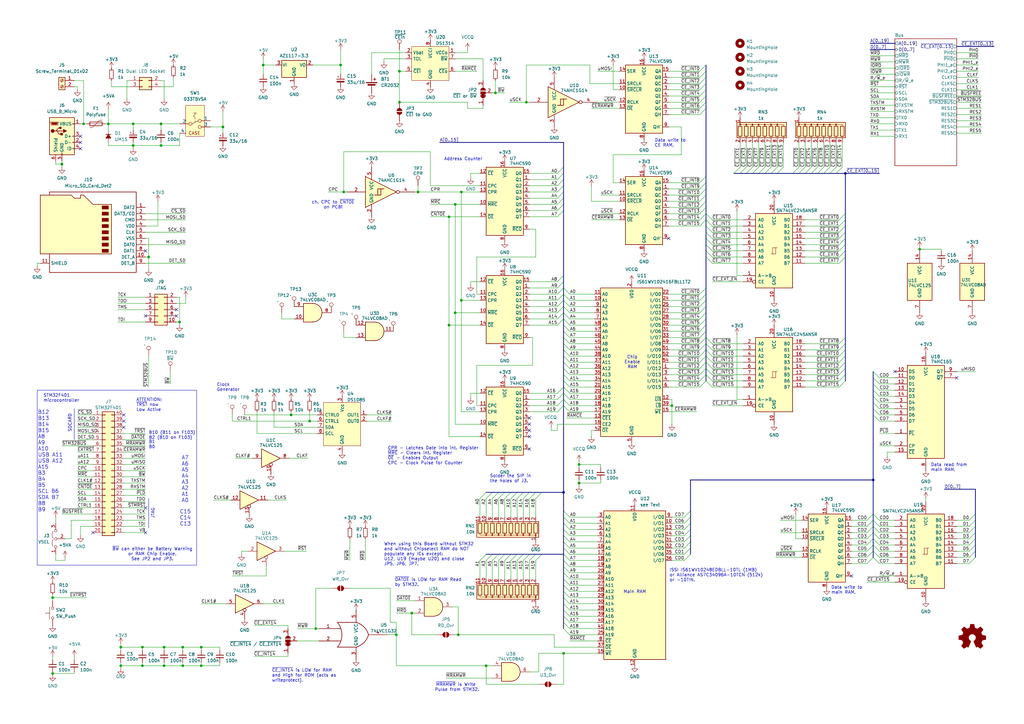
<source format=kicad_sch>
(kicad_sch (version 20231120) (generator "eeschema") (generator_version "8.0")
  (paper "A3")
  (title_block (title "Unicomp v3 - RAMROM Board") (date "2024-05-13") (rev "v1.0") (company "100% Offner") (comment 1 "v1.0: Initial"))
  (junction (at 25.4 67.31))
  (junction (at 184.15 133.35))
  (junction (at 187.96 260.35))
  (junction (at 186.69 83.82))
  (junction (at 73.66 132.08))
  (junction (at 189.23 123.19))
  (junction (at 67.31 273.05))
  (junction (at 237.49 198.12))
  (junction (at 74.93 273.05))
  (junction (at 275.59 166.37))
  (junction (at 54.61 50.8))
  (junction (at 163.83 41.91))
  (junction (at 162.56 260.35))
  (junction (at 231.14 201.93))
  (junction (at 82.55 265.43))
  (junction (at 44.45 50.8))
  (junction (at 129.54 257.81))
  (junction (at 49.53 265.43))
  (junction (at 215.9 41.91))
  (junction (at 67.31 265.43))
  (junction (at 21.59 245.11))
  (junction (at 377.19 102.235))
  (junction (at 107.95 26.67))
  (junction (at 139.7 26.67))
  (junction (at 127 172.72))
  (junction (at 140.97 78.74))
  (junction (at 163.83 29.21))
  (junction (at 54.61 59.69))
  (junction (at 82.55 273.05))
  (junction (at 58.42 265.43))
  (junction (at 358.14 196.85))
  (junction (at 171.45 78.74))
  (junction (at 168.91 251.46))
  (junction (at 66.04 50.8))
  (junction (at 119.38 170.18))
  (junction (at 231.14 267.97))
  (junction (at 346.71 71.12))
  (junction (at 49.53 273.05))
  (junction (at 34.29 50.8))
  (junction (at 21.59 276.225))
  (junction (at 189.23 78.74))
  (junction (at 58.42 273.05))
  (junction (at 186.69 128.27))
  (junction (at 199.39 273.05))
  (junction (at 60.96 105.41))
  (junction (at 74.93 265.43))
  (junction (at 66.04 59.69))
  (junction (at 203.2 38.1))
  (junction (at 184.15 88.9))
  (junction (at 237.49 190.5))
  (junction (at 91.44 52.07))
  (no_connect (at 50.8 172.72))
  (no_connect (at 33.02 55.88))
  (no_connect (at 50.8 175.26))
  (no_connect (at 72.39 129.54))
  (no_connect (at 33.02 58.42))
  (no_connect (at 217.17 184.15))
  (no_connect (at 59.69 129.54))
  (no_connect (at 217.17 171.45))
  (no_connect (at 274.32 97.79))
  (no_connect (at 367.03 152.4))
  (no_connect (at 217.17 173.99))
  (no_connect (at 392.43 154.94))
  (no_connect (at 217.17 179.07))
  (no_connect (at 217.17 176.53))
  (no_connect (at 349.25 236.22))
  (no_connect (at 50.8 170.18))
  (no_connect (at 33.02 60.96))
  (no_connect (at 72.39 127))
  (no_connect (at 38.1 218.44))
  (no_connect (at 59.69 208.28))
  (no_connect (at 59.69 102.87))
  (no_connect (at 59.69 218.44))
  (bus_entry (at 231.14 148.59) (size 2.54 2.54))
  (bus_entry (at 344.17 158.75) (size 2.54 -2.54))
  (bus_entry (at 287.02 36.83) (size 2.54 -2.54))
  (bus_entry (at 231.14 163.83) (size 2.54 2.54))
  (bus_entry (at 196.85 204.47) (size 2.54 -2.54))
  (bus_entry (at 344.17 95.25) (size 2.54 -2.54))
  (bus_entry (at 360.68 213.36) (size -2.54 -2.54))
  (bus_entry (at 219.71 229.87) (size 2.54 -2.54))
  (bus_entry (at 327.66 71.12) (size 2.54 -2.54))
  (bus_entry (at 214.63 204.47) (size 2.54 -2.54))
  (bus_entry (at 287.02 143.51) (size 2.54 -2.54))
  (bus_entry (at 355.6 213.36) (size 2.54 -2.54))
  (bus_entry (at 280.67 227.33) (size 2.54 -2.54))
  (bus_entry (at 300.99 71.12) (size 2.54 -2.54))
  (bus_entry (at 344.17 140.97) (size 2.54 -2.54))
  (bus_entry (at 287.02 44.45) (size 2.54 -2.54))
  (bus_entry (at 287.02 153.67) (size 2.54 -2.54))
  (bus_entry (at 231.14 214.63) (size 2.54 2.54))
  (bus_entry (at 287.02 39.37) (size 2.54 -2.54))
  (bus_entry (at 287.02 135.89) (size 2.54 -2.54))
  (bus_entry (at 287.02 151.13) (size 2.54 -2.54))
  (bus_entry (at 360.68 165.1) (size -2.54 -2.54))
  (bus_entry (at 397.51 220.98) (size 2.54 -2.54))
  (bus_entry (at 228.6 168.91) (size 2.54 -2.54))
  (bus_entry (at 228.6 86.36) (size 2.54 -2.54))
  (bus_entry (at 231.14 242.57) (size 2.54 2.54))
  (bus_entry (at 287.02 85.09) (size 2.54 -2.54))
  (bus_entry (at 231.14 212.09) (size 2.54 2.54))
  (bus_entry (at 280.67 222.25) (size 2.54 -2.54))
  (bus_entry (at 280.67 214.63) (size 2.54 -2.54))
  (bus_entry (at 360.68 231.14) (size -2.54 -2.54))
  (bus_entry (at 311.15 71.12) (size 2.54 -2.54))
  (bus_entry (at 313.69 71.12) (size 2.54 -2.54))
  (bus_entry (at 228.6 76.2) (size 2.54 -2.54))
  (bus_entry (at 199.39 204.47) (size 2.54 -2.54))
  (bus_entry (at 231.14 250.19) (size 2.54 2.54))
  (bus_entry (at 292.1 107.95) (size -2.54 -2.54))
  (bus_entry (at 287.02 74.93) (size 2.54 -2.54))
  (bus_entry (at 344.17 105.41) (size 2.54 -2.54))
  (bus_entry (at 231.14 143.51) (size 2.54 2.54))
  (bus_entry (at 228.6 115.57) (size 2.54 -2.54))
  (bus_entry (at 231.14 217.17) (size 2.54 2.54))
  (bus_entry (at 204.47 229.87) (size 2.54 -2.54))
  (bus_entry (at 287.02 82.55) (size 2.54 -2.54))
  (bus_entry (at 360.68 170.18) (size -2.54 -2.54))
  (bus_entry (at 217.17 229.87) (size 2.54 -2.54))
  (bus_entry (at 292.1 153.67) (size -2.54 -2.54))
  (bus_entry (at 280.67 229.87) (size 2.54 -2.54))
  (bus_entry (at 207.01 204.47) (size 2.54 -2.54))
  (bus_entry (at 231.14 151.13) (size 2.54 2.54))
  (bus_entry (at 292.1 95.25) (size -2.54 -2.54))
  (bus_entry (at 318.77 71.12) (size 2.54 -2.54))
  (bus_entry (at 228.6 130.81) (size 2.54 -2.54))
  (bus_entry (at 231.14 252.73) (size 2.54 2.54))
  (bus_entry (at 360.68 157.48) (size -2.54 -2.54))
  (bus_entry (at 325.12 71.12) (size 2.54 -2.54))
  (bus_entry (at 355.6 226.06) (size 2.54 -2.54))
  (bus_entry (at 231.14 255.27) (size 2.54 2.54))
  (bus_entry (at 397.51 231.14) (size 2.54 -2.54))
  (bus_entry (at 344.17 143.51) (size 2.54 -2.54))
  (bus_entry (at 287.02 125.73) (size 2.54 -2.54))
  (bus_entry (at 287.02 31.75) (size 2.54 -2.54))
  (bus_entry (at 212.09 204.47) (size 2.54 -2.54))
  (bus_entry (at 287.02 46.99) (size 2.54 -2.54))
  (bus_entry (at 355.6 231.14) (size 2.54 -2.54))
  (bus_entry (at 337.82 71.12) (size 2.54 -2.54))
  (bus_entry (at 360.68 226.06) (size -2.54 -2.54))
  (bus_entry (at 280.67 224.79) (size 2.54 -2.54))
  (bus_entry (at 228.6 125.73) (size 2.54 -2.54))
  (bus_entry (at 355.6 218.44) (size 2.54 -2.54))
  (bus_entry (at 287.02 90.17) (size 2.54 -2.54))
  (bus_entry (at 212.09 229.87) (size 2.54 -2.54))
  (bus_entry (at 355.6 220.98) (size 2.54 -2.54))
  (bus_entry (at 292.1 100.33) (size -2.54 -2.54))
  (bus_entry (at 397.51 226.06) (size 2.54 -2.54))
  (bus_entry (at 335.28 71.12) (size 2.54 -2.54))
  (bus_entry (at 231.14 118.11) (size 2.54 2.54))
  (bus_entry (at 231.14 219.71) (size 2.54 2.54))
  (bus_entry (at 231.14 237.49) (size 2.54 2.54))
  (bus_entry (at 228.6 118.11) (size 2.54 -2.54))
  (bus_entry (at 280.67 212.09) (size 2.54 -2.54))
  (bus_entry (at 342.9 71.12) (size 2.54 -2.54))
  (bus_entry (at 231.14 245.11) (size 2.54 2.54))
  (bus_entry (at 287.02 80.01) (size 2.54 -2.54))
  (bus_entry (at 231.14 224.79) (size 2.54 2.54))
  (bus_entry (at 287.02 77.47) (size 2.54 -2.54))
  (bus_entry (at 231.14 158.75) (size 2.54 2.54))
  (bus_entry (at 287.02 148.59) (size 2.54 -2.54))
  (bus_entry (at 217.17 204.47) (size 2.54 -2.54))
  (bus_entry (at 344.17 100.33) (size 2.54 -2.54))
  (bus_entry (at 228.6 88.9) (size 2.54 -2.54))
  (bus_entry (at 228.6 81.28) (size 2.54 -2.54))
  (bus_entry (at 280.67 219.71) (size 2.54 -2.54))
  (bus_entry (at 201.93 204.47) (size 2.54 -2.54))
  (bus_entry (at 344.17 107.95) (size 2.54 -2.54))
  (bus_entry (at 231.14 240.03) (size 2.54 2.54))
  (bus_entry (at 397.51 228.6) (size 2.54 -2.54))
  (bus_entry (at 287.02 120.65) (size 2.54 -2.54))
  (bus_entry (at 292.1 105.41) (size -2.54 -2.54))
  (bus_entry (at 360.68 167.64) (size -2.54 -2.54))
  (bus_entry (at 231.14 257.81) (size 2.54 2.54))
  (bus_entry (at 292.1 148.59) (size -2.54 -2.54))
  (bus_entry (at 231.14 153.67) (size 2.54 2.54))
  (bus_entry (at 292.1 156.21) (size -2.54 -2.54))
  (bus_entry (at 231.14 123.19) (size 2.54 2.54))
  (bus_entry (at 292.1 97.79) (size -2.54 -2.54))
  (bus_entry (at 316.23 71.12) (size 2.54 -2.54))
  (bus_entry (at 228.6 128.27) (size 2.54 -2.54))
  (bus_entry (at 231.14 222.25) (size 2.54 2.54))
  (bus_entry (at 355.6 223.52) (size 2.54 -2.54))
  (bus_entry (at 231.14 135.89) (size 2.54 2.54))
  (bus_entry (at 228.6 166.37) (size 2.54 -2.54))
  (bus_entry (at 231.14 227.33) (size 2.54 2.54))
  (bus_entry (at 360.68 162.56) (size -2.54 -2.54))
  (bus_entry (at 344.17 92.71) (size 2.54 -2.54))
  (bus_entry (at 344.17 97.79) (size 2.54 -2.54))
  (bus_entry (at 201.93 229.87) (size 2.54 -2.54))
  (bus_entry (at 397.51 215.9) (size 2.54 -2.54))
  (bus_entry (at 292.1 158.75) (size -2.54 -2.54))
  (bus_entry (at 330.2 71.12) (size 2.54 -2.54))
  (bus_entry (at 204.47 204.47) (size 2.54 -2.54))
  (bus_entry (at 209.55 204.47) (size 2.54 -2.54))
  (bus_entry (at 228.6 120.65) (size 2.54 -2.54))
  (bus_entry (at 207.01 229.87) (size 2.54 -2.54))
  (bus_entry (at 360.68 220.98) (size -2.54 -2.54))
  (bus_entry (at 340.36 71.12) (size 2.54 -2.54))
  (bus_entry (at 360.68 215.9) (size -2.54 -2.54))
  (bus_entry (at 228.6 78.74) (size 2.54 -2.54))
  (bus_entry (at 292.1 92.71) (size -2.54 -2.54))
  (bus_entry (at 231.14 166.37) (size 2.54 2.54))
  (bus_entry (at 344.17 146.05) (size 2.54 -2.54))
  (bus_entry (at 355.6 215.9) (size 2.54 -2.54))
  (bus_entry (at 228.6 161.29) (size 2.54 -2.54))
  (bus_entry (at 397.51 213.36) (size 2.54 -2.54))
  (bus_entry (at 344.17 90.17) (size 2.54 -2.54))
  (bus_entry (at 287.02 156.21) (size 2.54 -2.54))
  (bus_entry (at 280.67 217.17) (size 2.54 -2.54))
  (bus_entry (at 292.1 90.17) (size -2.54 -2.54))
  (bus_entry (at 231.14 146.05) (size 2.54 2.54))
  (bus_entry (at 360.68 172.72) (size -2.54 -2.54))
  (bus_entry (at 287.02 123.19) (size 2.54 -2.54))
  (bus_entry (at 287.02 138.43) (size 2.54 -2.54))
  (bus_entry (at 287.02 41.91) (size 2.54 -2.54))
  (bus_entry (at 292.1 102.87) (size -2.54 -2.54))
  (bus_entry (at 231.14 130.81) (size 2.54 2.54))
  (bus_entry (at 219.71 204.47) (size 2.54 -2.54))
  (bus_entry (at 231.14 161.29) (size 2.54 2.54))
  (bus_entry (at 231.14 229.87) (size 2.54 2.54))
  (bus_entry (at 360.68 154.94) (size -2.54 -2.54))
  (bus_entry (at 231.14 120.65) (size 2.54 2.54))
  (bus_entry (at 332.74 71.12) (size 2.54 -2.54))
  (bus_entry (at 303.53 71.12) (size 2.54 -2.54))
  (bus_entry (at 287.02 87.63) (size 2.54 -2.54))
  (bus_entry (at 287.02 146.05) (size 2.54 -2.54))
  (bus_entry (at 231.14 128.27) (size 2.54 2.54))
  (bus_entry (at 231.14 209.55) (size 2.54 2.54))
  (bus_entry (at 360.68 160.02) (size -2.54 -2.54))
  (bus_entry (at 287.02 92.71) (size 2.54 -2.54))
  (bus_entry (at 228.6 73.66) (size 2.54 -2.54))
  (bus_entry (at 360.68 218.44) (size -2.54 -2.54))
  (bus_entry (at 355.6 228.6) (size 2.54 -2.54))
  (bus_entry (at 231.14 234.95) (size 2.54 2.54))
  (bus_entry (at 199.39 229.87) (size 2.54 -2.54))
  (bus_entry (at 360.68 228.6) (size -2.54 -2.54))
  (bus_entry (at 214.63 229.87) (size 2.54 -2.54))
  (bus_entry (at 287.02 140.97) (size 2.54 -2.54))
  (bus_entry (at 228.6 71.12) (size 2.54 -2.54))
  (bus_entry (at 344.17 151.13) (size 2.54 -2.54))
  (bus_entry (at 209.55 229.87) (size 2.54 -2.54))
  (bus_entry (at 292.1 151.13) (size -2.54 -2.54))
  (bus_entry (at 231.14 232.41) (size 2.54 2.54))
  (bus_entry (at 308.61 71.12) (size 2.54 -2.54))
  (bus_entry (at 292.1 140.97) (size -2.54 -2.54))
  (bus_entry (at 397.51 223.52) (size 2.54 -2.54))
  (bus_entry (at 231.14 247.65) (size 2.54 2.54))
  (bus_entry (at 231.14 140.97) (size 2.54 2.54))
  (bus_entry (at 287.02 34.29) (size 2.54 -2.54))
  (bus_entry (at 287.02 29.21) (size 2.54 -2.54))
  (bus_entry (at 344.17 148.59) (size 2.54 -2.54))
  (bus_entry (at 292.1 146.05) (size -2.54 -2.54))
  (bus_entry (at 344.17 153.67) (size 2.54 -2.54))
  (bus_entry (at 228.6 133.35) (size 2.54 -2.54))
  (bus_entry (at 397.51 218.44) (size 2.54 -2.54))
  (bus_entry (at 287.02 130.81) (size 2.54 -2.54))
  (bus_entry (at 344.17 156.21) (size 2.54 -2.54))
  (bus_entry (at 228.6 83.82) (size 2.54 -2.54))
  (bus_entry (at 196.85 229.87) (size 2.54 -2.54))
  (bus_entry (at 292.1 143.51) (size -2.54 -2.54))
  (bus_entry (at 228.6 123.19) (size 2.54 -2.54))
  (bus_entry (at 360.68 223.52) (size -2.54 -2.54))
  (bus_entry (at 231.14 133.35) (size 2.54 2.54))
  (bus_entry (at 344.17 102.87) (size 2.54 -2.54))
  (bus_entry (at 228.6 163.83) (size 2.54 -2.54))
  (bus_entry (at 231.14 125.73) (size 2.54 2.54))
  (bus_entry (at 287.02 128.27) (size 2.54 -2.54))
  (bus_entry (at 231.14 138.43) (size 2.54 2.54))
  (bus_entry (at 231.14 156.21) (size 2.54 2.54))
  (bus_entry (at 287.02 133.35) (size 2.54 -2.54))
  (bus_entry (at 306.07 71.12) (size 2.54 -2.54))
  (bus_entry (at 287.02 158.75) (size 2.54 -2.54))
  (bus (pts (xy 231.14 158.75) (xy 231.14 161.29)))
  (wire (pts (xy 287.02 146.05) (xy 274.32 146.05)))
  (wire (pts (xy 199.39 229.87) (xy 199.39 237.49)))
  (bus (pts (xy 289.56 80.01) (xy 289.56 82.55)))
  (wire (pts (xy 237.49 189.23) (xy 237.49 190.5)))
  (wire (pts (xy 196.85 120.65) (xy 195.58 120.65)))
  (bus (pts (xy 204.47 227.33) (xy 207.01 227.33)))
  (wire (pts (xy 73.66 121.92) (xy 73.66 132.08)))
  (wire (pts (xy 397.51 218.44) (xy 392.43 218.44)))
  (wire (pts (xy 330.2 153.67) (xy 344.17 153.67)))
  (wire (pts (xy 60.96 97.79) (xy 59.69 97.79)))
  (wire (pts (xy 196.85 123.19) (xy 189.23 123.19)))
  (wire (pts (xy 162.56 273.05) (xy 162.56 260.35)))
  (wire (pts (xy 367.03 172.72) (xy 360.68 172.72)))
  (wire (pts (xy 64.77 82.55) (xy 64.77 92.71)))
  (wire (pts (xy 140.97 135.89) (xy 140.97 138.43)))
  (wire (pts (xy 231.14 267.97) (xy 245.11 267.97)))
  (bus (pts (xy 342.9 71.12) (xy 346.71 71.12)))
  (bus (pts (xy 289.56 41.91) (xy 289.56 44.45)))
  (wire (pts (xy 186.69 83.82) (xy 196.85 83.82)))
  (wire (pts (xy 29.21 213.36) (xy 38.1 213.36)))
  (bus (pts (xy 346.71 71.12) (xy 346.71 87.63)))
  (wire (pts (xy 287.02 90.17) (xy 274.32 90.17)))
  (wire (pts (xy 215.9 26.67) (xy 215.9 41.91)))
  (wire (pts (xy 49.53 264.16) (xy 49.53 265.43)))
  (wire (pts (xy 356.87 38.1) (xy 367.03 38.1)))
  (wire (pts (xy 209.55 204.47) (xy 209.55 212.09)))
  (bus (pts (xy 400.05 210.82) (xy 400.05 200.66)))
  (wire (pts (xy 53.34 33.02) (xy 52.07 33.02)))
  (wire (pts (xy 330.2 148.59) (xy 344.17 148.59)))
  (wire (pts (xy 49.53 273.05) (xy 58.42 273.05)))
  (wire (pts (xy 201.93 229.87) (xy 201.93 237.49)))
  (wire (pts (xy 356.87 30.48) (xy 367.03 30.48)))
  (wire (pts (xy 233.68 232.41) (xy 245.11 232.41)))
  (wire (pts (xy 330.2 158.75) (xy 344.17 158.75)))
  (wire (pts (xy 275.59 166.37) (xy 275.59 173.99)))
  (wire (pts (xy 74.93 265.43) (xy 74.93 266.7)))
  (wire (pts (xy 112.395 175.26) (xy 112.395 168.91)))
  (wire (pts (xy 241.935 34.29) (xy 254 34.29)))
  (wire (pts (xy 287.02 44.45) (xy 274.32 44.45)))
  (wire (pts (xy 15.24 107.95) (xy 16.51 107.95)))
  (wire (pts (xy 367.03 160.02) (xy 360.68 160.02)))
  (wire (pts (xy 337.82 58.42) (xy 337.82 68.58)))
  (wire (pts (xy 233.68 245.11) (xy 245.11 245.11)))
  (wire (pts (xy 279.4 52.07) (xy 274.32 52.07)))
  (bus (pts (xy 231.14 135.89) (xy 231.14 138.43)))
  (bus (pts (xy 316.23 71.12) (xy 318.77 71.12)))
  (wire (pts (xy 186.69 260.35) (xy 187.96 260.35)))
  (wire (pts (xy 306.07 58.42) (xy 306.07 68.58)))
  (wire (pts (xy 356.87 40.64) (xy 367.03 40.64)))
  (wire (pts (xy 129.54 257.81) (xy 130.81 257.81)))
  (bus (pts (xy 214.63 201.93) (xy 217.17 201.93)))
  (wire (pts (xy 363.855 185.42) (xy 363.855 187.325)))
  (wire (pts (xy 330.2 143.51) (xy 344.17 143.51)))
  (wire (pts (xy 219.71 105.41) (xy 219.71 93.98)))
  (wire (pts (xy 31.75 205.74) (xy 38.1 205.74)))
  (wire (pts (xy 233.68 242.57) (xy 245.11 242.57)))
  (wire (pts (xy 168.91 251.46) (xy 170.18 251.46)))
  (wire (pts (xy 287.02 138.43) (xy 274.32 138.43)))
  (bus (pts (xy 400.05 215.9) (xy 400.05 213.36)))
  (bus (pts (xy 283.21 217.17) (xy 283.21 214.63)))
  (wire (pts (xy 397.51 223.52) (xy 392.43 223.52)))
  (wire (pts (xy 217.17 128.27) (xy 228.6 128.27)))
  (wire (pts (xy 275.59 224.79) (xy 280.67 224.79)))
  (bus (pts (xy 217.17 201.93) (xy 219.71 201.93)))
  (wire (pts (xy 275.59 222.25) (xy 280.67 222.25)))
  (wire (pts (xy 52.07 33.02) (xy 52.07 40.64)))
  (wire (pts (xy 392.43 36.83) (xy 401.32 36.83)))
  (wire (pts (xy 199.39 280.67) (xy 199.39 273.05)))
  (wire (pts (xy 74.93 273.05) (xy 74.93 271.78)))
  (wire (pts (xy 44.45 44.45) (xy 44.45 50.8)))
  (bus (pts (xy 231.14 153.67) (xy 231.14 156.21)))
  (wire (pts (xy 31.75 208.28) (xy 38.1 208.28)))
  (bus (pts (xy 231.14 120.65) (xy 231.14 123.19)))
  (wire (pts (xy 54.61 50.8) (xy 66.04 50.8)))
  (bus (pts (xy 346.71 100.33) (xy 346.71 102.87)))
  (bus (pts (xy 231.14 156.21) (xy 231.14 158.75)))
  (bus (pts (xy 231.14 71.12) (xy 231.14 73.66)))
  (wire (pts (xy 233.68 262.89) (xy 245.11 262.89)))
  (bus (pts (xy 289.56 105.41) (xy 289.56 118.11)))
  (wire (pts (xy 21.59 245.11) (xy 35.56 245.11)))
  (wire (pts (xy 162.56 251.46) (xy 168.91 251.46)))
  (bus (pts (xy 358.14 167.64) (xy 358.14 170.18)))
  (wire (pts (xy 184.15 88.9) (xy 184.15 133.35)))
  (bus (pts (xy 346.71 90.17) (xy 346.71 92.71)))
  (wire (pts (xy 217.17 81.28) (xy 228.6 81.28)))
  (wire (pts (xy 203.2 38.1) (xy 207.01 38.1)))
  (wire (pts (xy 233.68 123.19) (xy 243.84 123.19)))
  (wire (pts (xy 227.33 260.35) (xy 187.96 260.35)))
  (wire (pts (xy 228.6 173.99) (xy 228.6 176.53)))
  (wire (pts (xy 367.03 220.98) (xy 360.68 220.98)))
  (bus (pts (xy 219.71 201.93) (xy 222.25 201.93)))
  (wire (pts (xy 150.495 170.18) (xy 160.655 170.18)))
  (wire (pts (xy 274.32 163.83) (xy 275.59 163.83)))
  (bus (pts (xy 283.21 209.55) (xy 283.21 196.85)))
  (wire (pts (xy 193.04 161.29) (xy 196.85 161.29)))
  (wire (pts (xy 320.04 213.36) (xy 328.93 213.36)))
  (wire (pts (xy 103.505 187.96) (xy 96.52 187.96)))
  (wire (pts (xy 233.68 166.37) (xy 243.84 166.37)))
  (wire (pts (xy 15.24 109.22) (xy 15.24 107.95)))
  (bus (pts (xy 289.56 130.81) (xy 289.56 133.35)))
  (wire (pts (xy 303.53 58.42) (xy 303.53 68.58)))
  (wire (pts (xy 187.96 260.35) (xy 187.96 248.92)))
  (wire (pts (xy 367.03 238.76) (xy 355.6 238.76)))
  (bus (pts (xy 358.14 152.4) (xy 358.14 154.94)))
  (wire (pts (xy 50.8 210.82) (xy 59.69 210.82)))
  (wire (pts (xy 237.49 199.39) (xy 237.49 198.12)))
  (wire (pts (xy 162.56 255.27) (xy 162.56 260.35)))
  (wire (pts (xy 21.59 276.86) (xy 21.59 276.225)))
  (wire (pts (xy 304.8 163.83) (xy 302.26 163.83)))
  (wire (pts (xy 48.26 127) (xy 59.69 127)))
  (bus (pts (xy 231.14 237.49) (xy 231.14 234.95)))
  (wire (pts (xy 217.17 163.83) (xy 228.6 163.83)))
  (wire (pts (xy 21.59 276.225) (xy 30.48 276.225)))
  (wire (pts (xy 140.97 62.23) (xy 140.97 78.74)))
  (wire (pts (xy 26.67 220.98) (xy 29.21 220.98)))
  (wire (pts (xy 33.02 215.9) (xy 33.02 219.71)))
  (wire (pts (xy 220.98 267.97) (xy 231.14 267.97)))
  (wire (pts (xy 330.2 90.17) (xy 344.17 90.17)))
  (bus (pts (xy 387.35 200.66) (xy 400.05 200.66)))
  (wire (pts (xy 233.68 153.67) (xy 243.84 153.67)))
  (wire (pts (xy 367.03 162.56) (xy 360.68 162.56)))
  (wire (pts (xy 292.1 102.87) (xy 304.8 102.87)))
  (wire (pts (xy 49.53 265.43) (xy 58.42 265.43)))
  (wire (pts (xy 287.02 29.21) (xy 274.32 29.21)))
  (wire (pts (xy 367.03 231.14) (xy 360.68 231.14)))
  (wire (pts (xy 287.02 39.37) (xy 274.32 39.37)))
  (wire (pts (xy 115.57 128.27) (xy 115.57 130.81)))
  (bus (pts (xy 231.14 140.97) (xy 231.14 143.51)))
  (wire (pts (xy 330.2 92.71) (xy 344.17 92.71)))
  (wire (pts (xy 233.68 148.59) (xy 243.84 148.59)))
  (wire (pts (xy 31.75 200.66) (xy 38.1 200.66)))
  (wire (pts (xy 275.59 214.63) (xy 280.67 214.63)))
  (wire (pts (xy 66.04 33.02) (xy 67.31 33.02)))
  (wire (pts (xy 292.1 156.21) (xy 304.8 156.21)))
  (wire (pts (xy 274.32 166.37) (xy 275.59 166.37)))
  (wire (pts (xy 176.53 62.23) (xy 140.97 62.23)))
  (wire (pts (xy 241.935 26.67) (xy 241.935 34.29)))
  (wire (pts (xy 233.68 138.43) (xy 243.84 138.43)))
  (wire (pts (xy 367.03 218.44) (xy 360.68 218.44)))
  (wire (pts (xy 217.17 125.73) (xy 228.6 125.73)))
  (bus (pts (xy 289.56 31.75) (xy 289.56 34.29)))
  (bus (pts (xy 231.14 245.11) (xy 231.14 242.57)))
  (wire (pts (xy 217.17 275.59) (xy 220.98 275.59)))
  (wire (pts (xy 275.59 163.83) (xy 275.59 166.37)))
  (wire (pts (xy 25.4 67.31) (xy 22.86 67.31)))
  (wire (pts (xy 330.2 100.33) (xy 344.17 100.33)))
  (wire (pts (xy 59.69 90.17) (xy 76.2 90.17)))
  (wire (pts (xy 166.37 24.13) (xy 157.48 24.13)))
  (bus (pts (xy 340.36 71.12) (xy 342.9 71.12)))
  (wire (pts (xy 34.29 33.02) (xy 34.29 50.8)))
  (bus (pts (xy 231.14 240.03) (xy 231.14 237.49)))
  (wire (pts (xy 233.68 143.51) (xy 243.84 143.51)))
  (bus (pts (xy 289.56 123.19) (xy 289.56 125.73)))
  (wire (pts (xy 45.72 35.56) (xy 45.72 33.02)))
  (wire (pts (xy 30.48 35.56) (xy 31.75 35.56)))
  (wire (pts (xy 287.02 125.73) (xy 274.32 125.73)))
  (wire (pts (xy 392.43 49.53) (xy 402.59 49.53)))
  (wire (pts (xy 58.42 273.05) (xy 67.31 273.05)))
  (wire (pts (xy 22.86 229.87) (xy 22.86 227.33)))
  (wire (pts (xy 233.68 125.73) (xy 243.84 125.73)))
  (wire (pts (xy 242.57 90.17) (xy 254 90.17)))
  (wire (pts (xy 226.06 176.53) (xy 226.06 175.26)))
  (wire (pts (xy 367.03 167.64) (xy 360.68 167.64)))
  (bus (pts (xy 231.14 76.2) (xy 231.14 78.74)))
  (wire (pts (xy 233.68 219.71) (xy 245.11 219.71)))
  (wire (pts (xy 287.02 34.29) (xy 274.32 34.29)))
  (wire (pts (xy 212.09 229.87) (xy 212.09 237.49)))
  (wire (pts (xy 193.04 71.12) (xy 196.85 71.12)))
  (bus (pts (xy 318.77 71.12) (xy 325.12 71.12)))
  (bus (pts (xy 283.21 219.71) (xy 283.21 217.17)))
  (wire (pts (xy 302.26 86.36) (xy 302.26 113.03)))
  (wire (pts (xy 217.17 123.19) (xy 228.6 123.19)))
  (wire (pts (xy 356.87 45.72) (xy 367.03 45.72)))
  (wire (pts (xy 349.25 220.98) (xy 355.6 220.98)))
  (wire (pts (xy 119.38 168.91) (xy 119.38 170.18)))
  (wire (pts (xy 50.8 193.04) (xy 59.69 193.04)))
  (wire (pts (xy 44.45 59.69) (xy 54.61 59.69)))
  (wire (pts (xy 340.36 58.42) (xy 340.36 68.58)))
  (wire (pts (xy 208.915 41.91) (xy 215.9 41.91)))
  (wire (pts (xy 287.02 31.75) (xy 274.32 31.75)))
  (wire (pts (xy 332.74 58.42) (xy 332.74 68.58)))
  (wire (pts (xy 233.68 161.29) (xy 243.84 161.29)))
  (bus (pts (xy 231.14 242.57) (xy 231.14 240.03)))
  (wire (pts (xy 233.68 227.33) (xy 245.11 227.33)))
  (wire (pts (xy 217.17 76.2) (xy 228.6 76.2)))
  (wire (pts (xy 191.77 41.91) (xy 191.77 44.45)))
  (wire (pts (xy 90.17 273.05) (xy 90.17 271.78)))
  (wire (pts (xy 232.41 171.45) (xy 243.84 171.45)))
  (wire (pts (xy 313.69 58.42) (xy 313.69 68.58)))
  (wire (pts (xy 233.68 212.09) (xy 245.11 212.09)))
  (wire (pts (xy 31.75 187.96) (xy 38.1 187.96)))
  (wire (pts (xy 345.44 58.42) (xy 345.44 68.58)))
  (wire (pts (xy 99.06 226.06) (xy 101.6 226.06)))
  (wire (pts (xy 182.88 278.13) (xy 201.93 278.13)))
  (wire (pts (xy 50.8 198.12) (xy 59.69 198.12)))
  (bus (pts (xy 358.14 196.85) (xy 358.14 210.82)))
  (bus (pts (xy 231.14 118.11) (xy 231.14 120.65)))
  (wire (pts (xy 356.87 53.34) (xy 367.03 53.34)))
  (bus (pts (xy 289.56 153.67) (xy 289.56 156.21)))
  (wire (pts (xy 217.17 161.29) (xy 228.6 161.29)))
  (bus (pts (xy 231.14 219.71) (xy 231.14 217.17)))
  (wire (pts (xy 118.11 269.24) (xy 118.11 267.97)))
  (wire (pts (xy 107.95 26.67) (xy 107.95 30.48)))
  (bus (pts (xy 231.14 227.33) (xy 231.14 224.79)))
  (wire (pts (xy 242.57 176.53) (xy 242.57 179.07)))
  (wire (pts (xy 60.96 146.05) (xy 60.96 158.75)))
  (wire (pts (xy 349.25 223.52) (xy 355.6 223.52)))
  (bus (pts (xy 346.71 151.13) (xy 346.71 153.67)))
  (wire (pts (xy 134.62 78.74) (xy 140.97 78.74)))
  (bus (pts (xy 358.14 165.1) (xy 358.14 167.64)))
  (wire (pts (xy 59.69 87.63) (xy 76.2 87.63)))
  (wire (pts (xy 44.45 58.42) (xy 44.45 59.69)))
  (wire (pts (xy 50.8 185.42) (xy 59.69 185.42)))
  (wire (pts (xy 31.75 180.34) (xy 38.1 180.34)))
  (bus (pts (xy 231.14 255.27) (xy 231.14 257.81)))
  (bus (pts (xy 358.14 218.44) (xy 358.14 220.98)))
  (bus (pts (xy 358.14 154.94) (xy 358.14 157.48)))
  (wire (pts (xy 176.53 76.2) (xy 196.85 76.2)))
  (wire (pts (xy 275.59 219.71) (xy 280.67 219.71)))
  (bus (pts (xy 180.34 58.42) (xy 231.14 58.42)))
  (wire (pts (xy 321.31 58.42) (xy 321.31 68.58)))
  (wire (pts (xy 287.02 36.83) (xy 274.32 36.83)))
  (wire (pts (xy 195.58 105.41) (xy 219.71 105.41)))
  (wire (pts (xy 198.12 24.13) (xy 198.12 33.02)))
  (wire (pts (xy 29.21 220.98) (xy 29.21 213.36)))
  (bus (pts (xy 346.71 92.71) (xy 346.71 95.25)))
  (wire (pts (xy 287.02 156.21) (xy 274.32 156.21)))
  (wire (pts (xy 287.02 74.93) (xy 274.32 74.93)))
  (wire (pts (xy 292.1 166.37) (xy 304.8 166.37)))
  (wire (pts (xy 367.03 215.9) (xy 360.68 215.9)))
  (wire (pts (xy 168.91 260.35) (xy 168.91 251.46)))
  (wire (pts (xy 189.23 78.74) (xy 196.85 78.74)))
  (wire (pts (xy 82.55 273.05) (xy 90.17 273.05)))
  (bus (pts (xy 231.14 130.81) (xy 231.14 133.35)))
  (bus (pts (xy 289.56 120.65) (xy 289.56 123.19)))
  (wire (pts (xy 233.68 128.27) (xy 243.84 128.27)))
  (bus (pts (xy 283.21 212.09) (xy 283.21 209.55)))
  (wire (pts (xy 219.71 229.87) (xy 219.71 237.49)))
  (bus (pts (xy 400.05 218.44) (xy 400.05 215.9)))
  (wire (pts (xy 25.4 68.58) (xy 25.4 67.31)))
  (wire (pts (xy 320.04 226.06) (xy 328.93 226.06)))
  (wire (pts (xy 199.39 204.47) (xy 199.39 212.09)))
  (bus (pts (xy 289.56 151.13) (xy 289.56 153.67)))
  (wire (pts (xy 186.69 21.59) (xy 191.77 21.59)))
  (wire (pts (xy 196.85 229.87) (xy 196.85 237.49)))
  (wire (pts (xy 189.23 78.74) (xy 189.23 123.19)))
  (wire (pts (xy 82.55 265.43) (xy 90.17 265.43)))
  (wire (pts (xy 26.67 228.6) (xy 26.67 229.87)))
  (wire (pts (xy 292.1 151.13) (xy 304.8 151.13)))
  (wire (pts (xy 176.53 76.2) (xy 176.53 62.23)))
  (wire (pts (xy 82.55 273.05) (xy 82.55 271.78)))
  (wire (pts (xy 397.51 231.14) (xy 392.43 231.14)))
  (bus (pts (xy 231.14 115.57) (xy 231.14 118.11)))
  (wire (pts (xy 48.26 121.92) (xy 59.69 121.92)))
  (wire (pts (xy 392.43 29.21) (xy 401.32 29.21)))
  (wire (pts (xy 33.02 50.8) (xy 34.29 50.8)))
  (wire (pts (xy 292.1 105.41) (xy 304.8 105.41)))
  (wire (pts (xy 116.84 226.06) (xy 125.73 226.06)))
  (wire (pts (xy 233.68 224.79) (xy 245.11 224.79)))
  (bus (pts (xy 222.25 201.93) (xy 231.14 201.93)))
  (wire (pts (xy 392.43 41.91) (xy 402.59 41.91)))
  (wire (pts (xy 209.55 229.87) (xy 209.55 237.49)))
  (wire (pts (xy 50.8 180.34) (xy 59.69 180.34)))
  (bus (pts (xy 311.15 71.12) (xy 313.69 71.12)))
  (wire (pts (xy 50.8 187.96) (xy 59.69 187.96)))
  (wire (pts (xy 327.66 58.42) (xy 327.66 68.58)))
  (wire (pts (xy 127 168.91) (xy 127 172.72)))
  (wire (pts (xy 204.47 204.47) (xy 204.47 212.09)))
  (bus (pts (xy 289.56 143.51) (xy 289.56 146.05)))
  (wire (pts (xy 233.68 240.03) (xy 245.11 240.03)))
  (wire (pts (xy 233.68 260.35) (xy 245.11 260.35)))
  (wire (pts (xy 196.85 166.37) (xy 195.58 166.37)))
  (wire (pts (xy 292.1 100.33) (xy 304.8 100.33)))
  (wire (pts (xy 316.23 58.42) (xy 316.23 68.58)))
  (bus (pts (xy 289.56 138.43) (xy 289.56 140.97)))
  (wire (pts (xy 195.58 120.65) (xy 195.58 105.41)))
  (wire (pts (xy 129.54 241.3) (xy 129.54 257.81)))
  (wire (pts (xy 342.9 58.42) (xy 342.9 68.58)))
  (bus (pts (xy 289.56 87.63) (xy 289.56 90.17)))
  (bus (pts (xy 400.05 228.6) (xy 400.05 226.06)))
  (wire (pts (xy 127 172.72) (xy 130.175 172.72)))
  (bus (pts (xy 212.09 227.33) (xy 214.63 227.33)))
  (bus (pts (xy 231.14 68.58) (xy 231.14 58.42)))
  (bus (pts (xy 289.56 146.05) (xy 289.56 148.59)))
  (wire (pts (xy 217.17 229.87) (xy 217.17 237.49)))
  (bus (pts (xy 289.56 34.29) (xy 289.56 36.83)))
  (wire (pts (xy 50.8 218.44) (xy 59.69 218.44)))
  (wire (pts (xy 99.06 227.33) (xy 99.06 226.06)))
  (bus (pts (xy 231.14 151.13) (xy 231.14 153.67)))
  (wire (pts (xy 287.02 46.99) (xy 274.32 46.99)))
  (bus (pts (xy 289.56 135.89) (xy 289.56 138.43)))
  (wire (pts (xy 242.57 176.53) (xy 243.84 176.53)))
  (bus (pts (xy 289.56 29.21) (xy 289.56 31.75)))
  (wire (pts (xy 287.02 140.97) (xy 274.32 140.97)))
  (wire (pts (xy 275.59 227.33) (xy 280.67 227.33)))
  (wire (pts (xy 152.4 21.59) (xy 166.37 21.59)))
  (bus (pts (xy 231.14 138.43) (xy 231.14 140.97)))
  (bus (pts (xy 346.71 146.05) (xy 346.71 148.59)))
  (bus (pts (xy 222.25 227.33) (xy 231.14 227.33)))
  (wire (pts (xy 233.68 252.73) (xy 245.11 252.73)))
  (wire (pts (xy 35.56 50.8) (xy 34.29 50.8)))
  (bus (pts (xy 400.05 223.52) (xy 400.05 220.98)))
  (wire (pts (xy 118.745 187.96) (xy 126.365 187.96)))
  (bus (pts (xy 289.56 92.71) (xy 289.56 95.25)))
  (wire (pts (xy 217.17 41.91) (xy 215.9 41.91)))
  (wire (pts (xy 292.1 97.79) (xy 304.8 97.79)))
  (wire (pts (xy 121.92 262.89) (xy 130.81 262.89)))
  (wire (pts (xy 217.17 93.98) (xy 219.71 93.98)))
  (wire (pts (xy 53.34 35.56) (xy 45.72 35.56)))
  (wire (pts (xy 360.68 182.88) (xy 367.03 182.88)))
  (bus (pts (xy 231.14 81.28) (xy 231.14 83.82)))
  (wire (pts (xy 233.68 217.17) (xy 245.11 217.17)))
  (wire (pts (xy 279.4 63.5) (xy 279.4 52.07)))
  (bus (pts (xy 358.14 170.18) (xy 358.14 196.85)))
  (wire (pts (xy 233.68 146.05) (xy 243.84 146.05)))
  (wire (pts (xy 31.75 190.5) (xy 38.1 190.5)))
  (wire (pts (xy 104.14 269.24) (xy 118.11 269.24)))
  (wire (pts (xy 356.87 33.02) (xy 367.03 33.02)))
  (wire (pts (xy 233.68 140.97) (xy 243.84 140.97)))
  (wire (pts (xy 228.6 176.53) (xy 226.06 176.53)))
  (wire (pts (xy 104.14 256.54) (xy 118.11 256.54)))
  (wire (pts (xy 31.75 175.26) (xy 38.1 175.26)))
  (wire (pts (xy 285.75 168.91) (xy 274.32 168.91)))
  (bus (pts (xy 358.14 226.06) (xy 358.14 228.6)))
  (wire (pts (xy 217.17 115.57) (xy 228.6 115.57)))
  (bus (pts (xy 199.39 201.93) (xy 201.93 201.93)))
  (bus (pts (xy 231.14 78.74) (xy 231.14 81.28)))
  (wire (pts (xy 308.61 58.42) (xy 308.61 68.58)))
  (wire (pts (xy 275.59 229.87) (xy 280.67 229.87)))
  (wire (pts (xy 214.63 204.47) (xy 214.63 212.09)))
  (bus (pts (xy 335.28 71.12) (xy 337.82 71.12)))
  (wire (pts (xy 87.63 205.105) (xy 94.615 205.105)))
  (wire (pts (xy 72.39 124.46) (xy 76.2 124.46)))
  (bus (pts (xy 209.55 201.93) (xy 212.09 201.93)))
  (wire (pts (xy 196.85 128.27) (xy 186.69 128.27)))
  (wire (pts (xy 242.57 44.45) (xy 254 44.45)))
  (wire (pts (xy 392.43 34.29) (xy 401.32 34.29)))
  (wire (pts (xy 58.42 273.05) (xy 58.42 271.78)))
  (wire (pts (xy 50.8 208.28) (xy 59.69 208.28)))
  (wire (pts (xy 392.43 44.45) (xy 402.59 44.45)))
  (wire (pts (xy 287.02 85.09) (xy 274.32 85.09)))
  (bus (pts (xy 367.03 17.78) (xy 356.87 17.78)))
  (bus (pts (xy 231.14 224.79) (xy 231.14 222.25)))
  (wire (pts (xy 31.75 193.04) (xy 38.1 193.04)))
  (wire (pts (xy 217.17 204.47) (xy 217.17 212.09)))
  (wire (pts (xy 330.2 151.13) (xy 344.17 151.13)))
  (wire (pts (xy 50.8 182.88) (xy 59.69 182.88)))
  (wire (pts (xy 302.26 137.16) (xy 302.26 163.83)))
  (wire (pts (xy 67.31 273.05) (xy 74.93 273.05)))
  (bus (pts (xy 231.14 201.93) (xy 231.14 209.55)))
  (wire (pts (xy 196.85 173.99) (xy 186.69 173.99)))
  (wire (pts (xy 176.53 83.82) (xy 186.69 83.82)))
  (wire (pts (xy 233.68 247.65) (xy 245.11 247.65)))
  (wire (pts (xy 25.4 182.88) (xy 38.1 182.88)))
  (wire (pts (xy 66.04 50.8) (xy 66.04 53.34)))
  (wire (pts (xy 217.17 71.12) (xy 228.6 71.12)))
  (wire (pts (xy 31.75 195.58) (xy 38.1 195.58)))
  (wire (pts (xy 397.51 228.6) (xy 392.43 228.6)))
  (wire (pts (xy 233.68 156.21) (xy 243.84 156.21)))
  (wire (pts (xy 227.33 265.43) (xy 227.33 260.35)))
  (wire (pts (xy 82.55 265.43) (xy 82.55 266.7)))
  (bus (pts (xy 337.82 71.12) (xy 340.36 71.12)))
  (bus (pts (xy 289.56 148.59) (xy 289.56 151.13)))
  (wire (pts (xy 107.95 247.65) (xy 116.84 247.65)))
  (bus (pts (xy 358.14 215.9) (xy 358.14 218.44)))
  (wire (pts (xy 287.02 82.55) (xy 274.32 82.55)))
  (wire (pts (xy 356.87 55.88) (xy 367.03 55.88)))
  (bus (pts (xy 289.56 128.27) (xy 289.56 130.81)))
  (wire (pts (xy 31.75 198.12) (xy 38.1 198.12)))
  (wire (pts (xy 207.01 229.87) (xy 207.01 237.49)))
  (wire (pts (xy 82.55 247.65) (xy 92.71 247.65)))
  (wire (pts (xy 107.95 26.67) (xy 113.03 26.67)))
  (bus (pts (xy 214.63 227.33) (xy 217.17 227.33)))
  (wire (pts (xy 150.495 172.72) (xy 160.655 172.72)))
  (bus (pts (xy 346.71 143.51) (xy 346.71 146.05)))
  (bus (pts (xy 325.12 71.12) (xy 327.66 71.12)))
  (wire (pts (xy 237.49 190.5) (xy 246.38 190.5)))
  (wire (pts (xy 196.85 115.57) (xy 193.04 115.57)))
  (wire (pts (xy 217.17 118.11) (xy 228.6 118.11)))
  (wire (pts (xy 50.8 203.2) (xy 59.69 203.2)))
  (bus (pts (xy 217.17 227.33) (xy 219.71 227.33)))
  (bus (pts (xy 199.39 227.33) (xy 201.93 227.33)))
  (wire (pts (xy 54.61 58.42) (xy 54.61 59.69)))
  (bus (pts (xy 346.71 102.87) (xy 346.71 105.41)))
  (wire (pts (xy 220.98 280.67) (xy 199.39 280.67)))
  (wire (pts (xy 60.96 105.41) (xy 59.69 105.41)))
  (wire (pts (xy 49.53 273.05) (xy 49.53 274.32)))
  (wire (pts (xy 25.4 210.82) (xy 38.1 210.82)))
  (wire (pts (xy 163.83 41.91) (xy 163.83 29.21)))
  (wire (pts (xy 233.68 234.95) (xy 245.11 234.95)))
  (wire (pts (xy 397.51 215.9) (xy 392.43 215.9)))
  (wire (pts (xy 121.92 257.81) (xy 129.54 257.81)))
  (wire (pts (xy 31.75 170.18) (xy 38.1 170.18)))
  (bus (pts (xy 346.71 95.25) (xy 346.71 97.79)))
  (bus (pts (xy 231.14 247.65) (xy 231.14 245.11)))
  (wire (pts (xy 237.49 198.12) (xy 246.38 198.12)))
  (wire (pts (xy 67.31 265.43) (xy 74.93 265.43)))
  (wire (pts (xy 139.7 26.67) (xy 139.7 30.48)))
  (wire (pts (xy 287.02 87.63) (xy 274.32 87.63)))
  (wire (pts (xy 397.51 213.36) (xy 392.43 213.36)))
  (wire (pts (xy 241.935 26.67) (xy 215.9 26.67)))
  (wire (pts (xy 330.2 105.41) (xy 344.17 105.41)))
  (wire (pts (xy 31.75 177.8) (xy 38.1 177.8)))
  (wire (pts (xy 287.02 80.01) (xy 274.32 80.01)))
  (wire (pts (xy 326.39 220.98) (xy 328.93 220.98)))
  (wire (pts (xy 360.68 236.22) (xy 367.03 236.22)))
  (bus (pts (xy 231.14 68.58) (xy 231.14 71.12)))
  (wire (pts (xy 392.43 26.67) (xy 401.32 26.67)))
  (wire (pts (xy 246.38 191.77) (xy 246.38 190.5)))
  (wire (pts (xy 367.03 223.52) (xy 360.68 223.52)))
  (wire (pts (xy 130.175 175.26) (xy 112.395 175.26)))
  (bus (pts (xy 204.47 201.93) (xy 207.01 201.93)))
  (bus (pts (xy 289.56 133.35) (xy 289.56 135.89)))
  (wire (pts (xy 335.28 58.42) (xy 335.28 68.58)))
  (wire (pts (xy 292.1 92.71) (xy 304.8 92.71)))
  (bus (pts (xy 400.05 220.98) (xy 400.05 218.44)))
  (wire (pts (xy 392.43 52.07) (xy 402.59 52.07)))
  (wire (pts (xy 50.8 215.9) (xy 59.69 215.9)))
  (wire (pts (xy 233.68 158.75) (xy 243.84 158.75)))
  (bus (pts (xy 332.74 71.12) (xy 335.28 71.12)))
  (bus (pts (xy 283.21 224.79) (xy 283.21 222.25)))
  (wire (pts (xy 59.69 100.33) (xy 76.2 100.33)))
  (wire (pts (xy 386.08 102.235) (xy 386.08 102.87)))
  (bus (pts (xy 231.14 86.36) (xy 231.14 113.03)))
  (wire (pts (xy 356.87 35.56) (xy 367.03 35.56)))
  (wire (pts (xy 119.38 170.18) (xy 130.175 170.18)))
  (wire (pts (xy 356.87 50.8) (xy 367.03 50.8)))
  (bus (pts (xy 289.56 26.67) (xy 289.56 29.21)))
  (bus (pts (xy 231.14 212.09) (xy 231.14 209.55)))
  (wire (pts (xy 287.02 128.27) (xy 274.32 128.27)))
  (bus (pts (xy 231.14 113.03) (xy 231.14 115.57)))
  (wire (pts (xy 392.43 54.61) (xy 402.59 54.61)))
  (wire (pts (xy 105.41 177.8) (xy 105.41 168.91)))
  (wire (pts (xy 233.68 214.63) (xy 245.11 214.63)))
  (bus (pts (xy 201.93 227.33) (xy 204.47 227.33)))
  (wire (pts (xy 311.15 58.42) (xy 311.15 68.58)))
  (wire (pts (xy 186.69 83.82) (xy 186.69 128.27)))
  (wire (pts (xy 143.51 220.98) (xy 143.51 229.87)))
  (wire (pts (xy 67.31 265.43) (xy 67.31 266.7)))
  (wire (pts (xy 330.2 146.05) (xy 344.17 146.05)))
  (wire (pts (xy 287.02 151.13) (xy 274.32 151.13)))
  (wire (pts (xy 330.2 97.79) (xy 344.17 97.79)))
  (wire (pts (xy 130.175 177.8) (xy 105.41 177.8)))
  (wire (pts (xy 107.95 24.13) (xy 107.95 26.67)))
  (wire (pts (xy 245.11 29.21) (xy 254 29.21)))
  (wire (pts (xy 379.73 204.47) (xy 379.73 205.74)))
  (wire (pts (xy 72.39 121.92) (xy 73.66 121.92)))
  (bus (pts (xy 289.56 95.25) (xy 289.56 97.79)))
  (bus (pts (xy 231.14 125.73) (xy 231.14 128.27)))
  (wire (pts (xy 95.25 170.18) (xy 95.25 172.72)))
  (bus (pts (xy 289.56 102.87) (xy 289.56 105.41)))
  (wire (pts (xy 60.96 105.41) (xy 60.96 97.79)))
  (wire (pts (xy 184.15 88.9) (xy 196.85 88.9)))
  (bus (pts (xy 231.14 222.25) (xy 231.14 219.71)))
  (wire (pts (xy 30.48 275.59) (xy 30.48 276.225)))
  (wire (pts (xy 217.17 166.37) (xy 228.6 166.37)))
  (wire (pts (xy 163.83 29.21) (xy 166.37 29.21)))
  (wire (pts (xy 287.02 158.75) (xy 274.32 158.75)))
  (wire (pts (xy 64.77 92.71) (xy 59.69 92.71)))
  (wire (pts (xy 214.63 229.87) (xy 214.63 237.49)))
  (wire (pts (xy 228.6 280.67) (xy 231.14 280.67)))
  (wire (pts (xy 349.25 231.14) (xy 355.6 231.14)))
  (bus (pts (xy 289.56 44.45) (xy 289.56 72.39)))
  (wire (pts (xy 54.61 50.8) (xy 54.61 53.34)))
  (wire (pts (xy 349.25 215.9) (xy 355.6 215.9)))
  (wire (pts (xy 360.68 177.8) (xy 367.03 177.8)))
  (bus (pts (xy 358.14 213.36) (xy 358.14 215.9)))
  (wire (pts (xy 31.75 35.56) (xy 31.75 36.83)))
  (wire (pts (xy 330.2 156.21) (xy 344.17 156.21)))
  (wire (pts (xy 50.8 205.74) (xy 59.69 205.74)))
  (wire (pts (xy 233.68 163.83) (xy 243.84 163.83)))
  (wire (pts (xy 392.43 39.37) (xy 402.59 39.37)))
  (wire (pts (xy 22.86 212.09) (xy 22.86 214.63)))
  (bus (pts (xy 346.71 105.41) (xy 346.71 138.43)))
  (wire (pts (xy 201.93 204.47) (xy 201.93 212.09)))
  (wire (pts (xy 191.77 20.32) (xy 191.77 21.59)))
  (wire (pts (xy 69.85 152.4) (xy 69.85 157.48)))
  (bus (pts (xy 392.43 19.05) (xy 407.67 19.05)))
  (wire (pts (xy 356.87 27.94) (xy 367.03 27.94)))
  (wire (pts (xy 50.8 190.5) (xy 59.69 190.5)))
  (wire (pts (xy 50.8 195.58) (xy 59.69 195.58)))
  (bus (pts (xy 231.14 250.19) (xy 231.14 247.65)))
  (bus (pts (xy 231.14 161.29) (xy 231.14 163.83)))
  (wire (pts (xy 233.68 130.81) (xy 243.84 130.81)))
  (wire (pts (xy 318.135 228.6) (xy 328.93 228.6)))
  (wire (pts (xy 292.1 95.25) (xy 304.8 95.25)))
  (wire (pts (xy 237.49 196.85) (xy 237.49 198.12)))
  (wire (pts (xy 189.23 168.91) (xy 189.23 123.19)))
  (wire (pts (xy 217.17 133.35) (xy 228.6 133.35)))
  (wire (pts (xy 143.51 241.3) (xy 160.02 241.3)))
  (wire (pts (xy 171.45 78.74) (xy 189.23 78.74)))
  (wire (pts (xy 377.19 102.235) (xy 377.19 102.87)))
  (bus (pts (xy 289.56 125.73) (xy 289.56 128.27)))
  (wire (pts (xy 71.12 35.56) (xy 71.12 31.75)))
  (wire (pts (xy 115.57 130.81) (xy 120.65 130.81)))
  (wire (pts (xy 392.43 152.4) (xy 400.05 152.4)))
  (wire (pts (xy 237.49 190.5) (xy 237.49 191.77)))
  (wire (pts (xy 228.6 173.99) (xy 243.84 173.99)))
  (bus (pts (xy 289.56 100.33) (xy 289.56 102.87)))
  (wire (pts (xy 49.53 271.78) (xy 49.53 273.05)))
  (wire (pts (xy 198.12 24.13) (xy 186.69 24.13)))
  (wire (pts (xy 367.03 170.18) (xy 360.68 170.18)))
  (bus (pts (xy 231.14 163.83) (xy 231.14 166.37)))
  (wire (pts (xy 44.45 50.8) (xy 43.18 50.8)))
  (wire (pts (xy 356.87 43.18) (xy 367.03 43.18)))
  (wire (pts (xy 233.68 250.19) (xy 245.11 250.19)))
  (wire (pts (xy 90.17 265.43) (xy 90.17 266.7)))
  (wire (pts (xy 377.19 101.6) (xy 377.19 102.235)))
  (wire (pts (xy 179.07 260.35) (xy 168.91 260.35)))
  (wire (pts (xy 76.2 121.92) (xy 76.2 124.46)))
  (bus (pts (xy 283.21 227.33) (xy 283.21 224.79)))
  (wire (pts (xy 135.89 241.3) (xy 129.54 241.3)))
  (wire (pts (xy 287.02 92.71) (xy 274.32 92.71)))
  (wire (pts (xy 233.68 257.81) (xy 245.11 257.81)))
  (wire (pts (xy 233.68 229.87) (xy 245.11 229.87)))
  (wire (pts (xy 217.17 86.36) (xy 228.6 86.36)))
  (bus (pts (xy 231.14 148.59) (xy 231.14 151.13)))
  (wire (pts (xy 201.93 273.05) (xy 199.39 273.05)))
  (wire (pts (xy 392.43 21.59) (xy 401.32 21.59)))
  (wire (pts (xy 330.2 58.42) (xy 330.2 68.58)))
  (wire (pts (xy 139.7 20.32) (xy 139.7 26.67)))
  (wire (pts (xy 26.67 229.87) (xy 22.86 229.87)))
  (wire (pts (xy 67.31 273.05) (xy 67.31 271.78)))
  (bus (pts (xy 289.56 140.97) (xy 289.56 143.51)))
  (wire (pts (xy 203.2 33.02) (xy 203.2 38.1)))
  (wire (pts (xy 231.14 280.67) (xy 231.14 267.97)))
  (bus (pts (xy 207.01 201.93) (xy 209.55 201.93)))
  (bus (pts (xy 346.71 71.12) (xy 360.68 71.12)))
  (wire (pts (xy 191.77 41.91) (xy 163.83 41.91)))
  (wire (pts (xy 287.02 130.81) (xy 274.32 130.81)))
  (wire (pts (xy 44.45 50.8) (xy 44.45 53.34)))
  (bus (pts (xy 283.21 196.85) (xy 358.14 196.85)))
  (wire (pts (xy 66.04 35.56) (xy 71.12 35.56)))
  (wire (pts (xy 30.48 33.02) (xy 34.29 33.02)))
  (bus (pts (xy 231.14 229.87) (xy 231.14 227.33)))
  (wire (pts (xy 220.98 275.59) (xy 220.98 267.97)))
  (wire (pts (xy 86.36 52.07) (xy 91.44 52.07)))
  (wire (pts (xy 233.68 168.91) (xy 243.84 168.91)))
  (wire (pts (xy 392.43 24.13) (xy 401.32 24.13)))
  (bus (pts (xy 346.71 138.43) (xy 346.71 140.97)))
  (wire (pts (xy 118.11 257.81) (xy 118.11 256.54)))
  (bus (pts (xy 289.56 77.47) (xy 289.56 80.01)))
  (bus (pts (xy 231.14 128.27) (xy 231.14 130.81)))
  (wire (pts (xy 287.02 143.51) (xy 274.32 143.51)))
  (wire (pts (xy 367.03 213.36) (xy 360.68 213.36)))
  (wire (pts (xy 356.87 22.86) (xy 367.03 22.86)))
  (wire (pts (xy 73.66 59.69) (xy 66.04 59.69)))
  (bus (pts (xy 231.14 232.41) (xy 231.14 229.87)))
  (wire (pts (xy 251.46 63.5) (xy 279.4 63.5)))
  (wire (pts (xy 196.85 133.35) (xy 184.15 133.35)))
  (wire (pts (xy 160.02 241.3) (xy 160.02 255.27)))
  (wire (pts (xy 233.68 255.27) (xy 245.11 255.27)))
  (wire (pts (xy 356.87 25.4) (xy 367.03 25.4)))
  (wire (pts (xy 292.1 146.05) (xy 304.8 146.05)))
  (wire (pts (xy 242.57 76.2) (xy 242.57 82.55)))
  (bus (pts (xy 231.14 143.51) (xy 231.14 146.05)))
  (bus (pts (xy 219.71 227.33) (xy 222.25 227.33)))
  (wire (pts (xy 176.53 88.9) (xy 184.15 88.9)))
  (wire (pts (xy 330.2 107.95) (xy 344.17 107.95)))
  (wire (pts (xy 227.33 265.43) (xy 245.11 265.43)))
  (bus (pts (xy 289.56 36.83) (xy 289.56 39.37)))
  (wire (pts (xy 185.42 248.92) (xy 187.96 248.92)))
  (wire (pts (xy 349.25 218.44) (xy 355.6 218.44)))
  (polyline (pts (xy 30.48 167.64) (xy 30.48 180.34)))
  (bus (pts (xy 289.56 39.37) (xy 289.56 41.91)))
  (wire (pts (xy 287.02 41.91) (xy 274.32 41.91)))
  (wire (pts (xy 233.68 120.65) (xy 243.84 120.65)))
  (bus (pts (xy 207.01 227.33) (xy 209.55 227.33)))
  (bus (pts (xy 231.14 73.66) (xy 231.14 76.2)))
  (wire (pts (xy 392.43 46.99) (xy 402.59 46.99)))
  (wire (pts (xy 21.59 245.11) (xy 21.59 246.38)))
  (wire (pts (xy 275.59 212.09) (xy 280.67 212.09)))
  (bus (pts (xy 346.71 153.67) (xy 346.71 156.21)))
  (wire (pts (xy 184.15 179.07) (xy 184.15 133.35)))
  (wire (pts (xy 217.17 168.91) (xy 228.6 168.91)))
  (bus (pts (xy 289.56 90.17) (xy 289.56 92.71)))
  (wire (pts (xy 158.75 260.35) (xy 162.56 260.35)))
  (bus (pts (xy 313.69 71.12) (xy 316.23 71.12)))
  (bus (pts (xy 283.21 222.25) (xy 283.21 219.71)))
  (wire (pts (xy 349.25 228.6) (xy 355.6 228.6)))
  (wire (pts (xy 367.03 157.48) (xy 360.68 157.48)))
  (wire (pts (xy 292.1 140.97) (xy 304.8 140.97)))
  (wire (pts (xy 193.04 71.12) (xy 193.04 73.025)))
  (wire (pts (xy 397.51 220.98) (xy 392.43 220.98)))
  (wire (pts (xy 287.02 135.89) (xy 274.32 135.89)))
  (wire (pts (xy 245.11 41.91) (xy 254 41.91)))
  (bus (pts (xy 358.14 220.98) (xy 358.14 223.52)))
  (wire (pts (xy 31.75 203.2) (xy 38.1 203.2)))
  (wire (pts (xy 66.04 59.69) (xy 66.04 58.42)))
  (wire (pts (xy 21.59 243.84) (xy 21.59 245.11)))
  (wire (pts (xy 367.03 165.1) (xy 360.68 165.1)))
  (bus (pts (xy 231.14 133.35) (xy 231.14 135.89)))
  (wire (pts (xy 50.8 213.36) (xy 59.69 213.36)))
  (wire (pts (xy 100.33 170.18) (xy 119.38 170.18)))
  (wire (pts (xy 233.68 135.89) (xy 243.84 135.89)))
  (bus (pts (xy 400.05 213.36) (xy 400.05 210.82)))
  (wire (pts (xy 287.02 133.35) (xy 274.32 133.35)))
  (wire (pts (xy 292.1 153.67) (xy 304.8 153.67)))
  (wire (pts (xy 157.48 24.13) (xy 157.48 25.4)))
  (wire (pts (xy 44.45 50.8) (xy 54.61 50.8)))
  (wire (pts (xy 25.4 67.31) (xy 25.4 66.04)))
  (bus (pts (xy 231.14 217.17) (xy 231.14 214.63)))
  (wire (pts (xy 326.39 210.82) (xy 326.39 220.98)))
  (wire (pts (xy 330.2 95.25) (xy 344.17 95.25)))
  (wire (pts (xy 212.09 204.47) (xy 212.09 212.09)))
  (bus (pts (xy 289.56 97.79) (xy 289.56 100.33)))
  (bus (pts (xy 212.09 201.93) (xy 214.63 201.93)))
  (wire (pts (xy 196.85 168.91) (xy 189.23 168.91)))
  (wire (pts (xy 140.97 78.74) (xy 142.24 78.74)))
  (bus (pts (xy 358.14 210.82) (xy 358.14 213.36)))
  (bus (pts (xy 231.14 214.63) (xy 231.14 212.09)))
  (wire (pts (xy 193.04 161.29) (xy 193.04 163.195)))
  (bus (pts (xy 231.14 255.27) (xy 231.14 252.73)))
  (wire (pts (xy 162.56 246.38) (xy 170.18 246.38)))
  (wire (pts (xy 191.77 44.45) (xy 198.12 44.45)))
  (bus (pts (xy 283.21 214.63) (xy 283.21 212.09)))
  (wire (pts (xy 292.1 107.95) (xy 304.8 107.95)))
  (wire (pts (xy 217.17 88.9) (xy 228.6 88.9)))
  (wire (pts (xy 292.1 148.59) (xy 304.8 148.59)))
  (wire (pts (xy 287.02 153.67) (xy 274.32 153.67)))
  (wire (pts (xy 66.04 50.8) (xy 73.66 50.8)))
  (bus (pts (xy 289.56 82.55) (xy 289.56 85.09)))
  (wire (pts (xy 58.42 265.43) (xy 67.31 265.43)))
  (wire (pts (xy 367.03 228.6) (xy 360.68 228.6)))
  (wire (pts (xy 392.43 31.75) (xy 401.32 31.75)))
  (wire (pts (xy 233.68 222.25) (xy 245.11 222.25)))
  (wire (pts (xy 31.75 172.72) (xy 38.1 172.72)))
  (wire (pts (xy 201.93 38.1) (xy 203.2 38.1)))
  (wire (pts (xy 318.77 58.42) (xy 318.77 68.58)))
  (wire (pts (xy 50.8 200.66) (xy 59.69 200.66)))
  (wire (pts (xy 152.4 30.48) (xy 152.4 21.59)))
  (bus (pts (xy 289.56 74.93) (xy 289.56 77.47)))
  (wire (pts (xy 171.45 76.2) (xy 171.45 78.74)))
  (wire (pts (xy 163.83 20.32) (xy 163.83 29.21)))
  (wire (pts (xy 377.19 102.235) (xy 386.08 102.235)))
  (wire (pts (xy 74.93 265.43) (xy 82.55 265.43)))
  (wire (pts (xy 21.59 269.24) (xy 21.59 270.51)))
  (bus (pts (xy 231.14 146.05) (xy 231.14 148.59)))
  (bus (pts (xy 209.55 227.33) (xy 212.09 227.33)))
  (wire (pts (xy 60.96 110.49) (xy 60.96 105.41)))
  (wire (pts (xy 292.1 115.57) (xy 304.8 115.57)))
  (wire (pts (xy 50.8 177.8) (xy 59.69 177.8)))
  (wire (pts (xy 149.86 220.98) (xy 149.86 229.87)))
  (wire (pts (xy 140.97 138.43) (xy 146.05 138.43)))
  (bus (pts (xy 400.05 226.06) (xy 400.05 223.52)))
  (bus (pts (xy 346.71 140.97) (xy 346.71 143.51)))
  (wire (pts (xy 367.03 226.06) (xy 360.68 226.06)))
  (wire (pts (xy 292.1 143.51) (xy 304.8 143.51)))
  (wire (pts (xy 67.31 33.02) (xy 67.31 40.64)))
  (wire (pts (xy 287.02 120.65) (xy 274.32 120.65)))
  (wire (pts (xy 170.18 78.74) (xy 171.45 78.74)))
  (wire (pts (xy 246.38 80.01) (xy 254 80.01)))
  (wire (pts (xy 199.39 273.05) (xy 162.56 273.05)))
  (bus (pts (xy 346.71 148.59) (xy 346.71 151.13)))
  (wire (pts (xy 233.68 151.13) (xy 243.84 151.13)))
  (bus (pts (xy 308.61 71.12) (xy 311.15 71.12)))
  (wire (pts (xy 207.01 204.47) (xy 207.01 212.09)))
  (wire (pts (xy 219.71 204.47) (xy 219.71 212.09)))
  (wire (pts (xy 49.53 266.7) (xy 49.53 265.43)))
  (wire (pts (xy 356.87 48.26) (xy 367.03 48.26)))
  (wire (pts (xy 33.02 215.9) (xy 38.1 215.9)))
  (wire (pts (xy 287.02 77.47) (xy 274.32 77.47)))
  (bus (pts (xy 231.14 166.37) (xy 231.14 201.93)))
  (wire (pts (xy 330.2 140.97) (xy 344.17 140.97)))
  (wire (pts (xy 59.69 95.25) (xy 76.2 95.25)))
  (bus (pts (xy 358.14 157.48) (xy 358.14 160.02)))
  (wire (pts (xy 198.12 44.45) (xy 198.12 43.18)))
  (bus (pts (xy 231.14 234.95) (xy 231.14 232.41)))
  (wire (pts (xy 349.25 213.36) (xy 355.6 213.36)))
  (wire (pts (xy 196.85 204.47) (xy 196.85 212.09)))
  (wire (pts (xy 292.1 158.75) (xy 304.8 158.75)))
  (bus (pts (xy 367.03 20.32) (xy 356.87 20.32)))
  (wire (pts (xy 217.17 130.81) (xy 228.6 130.81)))
  (wire (pts (xy 287.02 123.19) (xy 274.32 123.19)))
  (wire (pts (xy 397.51 226.06) (xy 392.43 226.06)))
  (wire (pts (xy 73.66 132.08) (xy 73.66 133.35)))
  (bus (pts (xy 327.66 71.12) (xy 330.2 71.12)))
  (wire (pts (xy 251.46 36.83) (xy 254 36.83)))
  (wire (pts (xy 217.17 78.74) (xy 228.6 78.74)))
  (wire (pts (xy 22.86 67.31) (xy 22.86 66.04)))
  (wire (pts (xy 218.44 149.86) (xy 218.44 138.43)))
  (wire (pts (xy 204.47 229.87) (xy 204.47 237.49)))
  (wire (pts (xy 195.58 149.86) (xy 218.44 149.86)))
  (wire (pts (xy 246.38 196.85) (xy 246.38 198.12)))
  (bus (pts (xy 346.71 87.63) (xy 346.71 90.17)))
  (wire (pts (xy 242.57 82.55) (xy 254 82.55)))
  (wire (pts (xy 304.8 113.03) (xy 302.26 113.03)))
  (bus (pts (xy 289.56 72.39) (xy 289.56 74.93)))
  (wire (pts (xy 275.59 217.17) (xy 280.67 217.17)))
  (wire (pts (xy 251.46 74.93) (xy 251.46 63.5)))
  (bus (pts (xy 289.56 85.09) (xy 289.56 87.63)))
  (wire (pts (xy 91.44 45.72) (xy 91.44 52.07)))
  (wire (pts (xy 217.17 73.66) (xy 228.6 73.66)))
  (wire (pts (xy 349.25 226.06) (xy 355.6 226.06)))
  (wire (pts (xy 193.04 115.57) (xy 193.04 116.84)))
  (wire (pts (xy 95.25 172.72) (xy 127 172.72)))
  (wire (pts (xy 21.59 276.225) (xy 21.59 275.59)))
  (wire (pts (xy 31.75 185.42) (xy 38.1 185.42)))
  (wire (pts (xy 48.26 132.08) (xy 59.69 132.08)))
  (wire (pts (xy 160.02 255.27) (xy 162.56 255.27)))
  (wire (pts (xy 217.17 83.82) (xy 228.6 83.82)))
  (wire (pts (xy 233.68 133.35) (xy 243.84 133.35)))
  (wire (pts (xy 367.03 185.42) (xy 363.855 185.42)))
  (wire (pts (xy 128.27 26.67) (xy 139.7 26.67)))
  (wire (pts (xy 186.69 173.99) (xy 186.69 128.27)))
  (wire (pts (xy 196.85 179.07) (xy 184.15 179.07)))
  (bus (pts (xy 300.99 71.12) (xy 303.53 71.12)))
  (wire (pts (xy 287.02 148.59) (xy 274.32 148.59)))
  (wire (pts (xy 109.855 205.105) (xy 117.475 205.105)))
  (wire (pts (xy 48.26 124.46) (xy 59.69 124.46)))
  (wire (pts (xy 217.17 120.65) (xy 228.6 120.65)))
  (wire (pts (xy 367.03 154.94) (xy 360.68 154.94)))
  (wire (pts (xy 251.46 26.67) (xy 251.46 36.83)))
  (wire (pts (xy 233.68 237.49) (xy 245.11 237.49)))
  (bus (pts (xy 358.14 223.52) (xy 358.14 226.06)))
  (wire (pts (xy 54.61 59.69) (xy 66.04 59.69)))
  (bus (pts (xy 231.14 83.82) (xy 231.14 86.36)))
  (wire (pts (xy 54.61 59.69) (xy 54.61 60.96)))
  (wire (pts (xy 330.2 102.87) (xy 344.17 102.87)))
  (wire (pts (xy 30.48 269.24) (xy 30.48 270.51)))
  (bus (pts (xy 289.56 118.11) (xy 289.56 120.65)))
  (bus (pts (xy 231.14 252.73) (xy 231.14 250.19)))
  (wire (pts (xy 218.44 138.43) (xy 217.17 138.43)))
  (wire (pts (xy 95.25 236.22) (xy 109.22 236.22)))
  (wire (pts (xy 246.38 87.63) (xy 254 87.63)))
  (wire (pts (xy 73.66 54.61) (xy 73.66 59.69)))
  (wire (pts (xy 109.22 232.41) (xy 109.22 236.22)))
  (bus (pts (xy 358.14 160.02) (xy 358.14 162.56)))
  (wire (pts (xy 58.42 265.43) (xy 58.42 266.7)))
  (wire (pts (xy 72.39 132.08) (xy 73.66 132.08)))
  (wire (pts (xy 91.44 52.07) (xy 91.44 54.61)))
  (bus (pts (xy 231.14 123.19) (xy 231.14 125.73)))
  (bus (pts (xy 201.93 201.93) (xy 204.47 201.93)))
  (wire (pts (xy 195.58 166.37) (xy 195.58 149.86)))
  (wire (pts (xy 320.04 218.44) (xy 328.93 218.44)))
  (wire (pts (xy 74.93 273.05) (xy 82.55 273.05)))
  (polyline (pts (xy 60.96 204.47) (xy 60.96 216.535)))
  (wire (pts (xy 195.58 29.21) (xy 186.69 29.21)))
  (bus (pts (xy 303.53 71.12) (xy 306.07 71.12)))
  (wire (pts (xy 254 74.93) (xy 251.46 74.93)))
  (bus (pts (xy 330.2 71.12) (xy 332.74 71.12)))
  (bus (pts (xy 306.07 71.12) (xy 308.61 71.12)))
  (bus (pts (xy 358.14 162.56) (xy 358.14 165.1)))
  (bus (pts (xy 346.71 97.79) (xy 346.71 100.33)))
  (wire (pts (xy 292.1 90.17) (xy 304.8 90.17)))
  (wire (pts (xy 59.69 107.95) (xy 76.2 107.95)))
  (rectangle (start 15.24 160.02) (end 80.645 231.775))
  (text "SDCARD" (at 28.702 173.482 90) (effects (font (size 1.27 1.27))))
  (text "B1\nB0" (at 60.96 184.15 0) (effects (font (size 1.27 1.27)) (justify left bottom)))
  (text "When using this Board without STM32\nand without Chipselect RAM do NOT\npopulate any ICs except:\nU12, U19 (maybe U20) and close \nJP5, JP6, JP7." (at 157.48 227.33 0) (effects (font (size 1.27 1.27)) (justify left)))
  (text "Data write to \nmain RAM." (at 340.868 243.84 0) (effects (font (size 1.27 1.27)) (justify left bottom)))
  (text "JTAG\n" (at 62.738 210.566 90) (effects (font (size 1.27 1.27))))
  (text "ATTENTION:\n~{TRST} now \nLow Active" (at 55.88 168.91 0) (effects (font (size 1.27 1.27)) (justify left bottom)))
  (text "CPR - Latches Date into int. Register\n~{MRC} - Clears int. Register\n~{OE} - Enables Output\nCPC - Clock Pulse for Counter" (at 159.004 190.754 0) (effects (font (size 1.27 1.27)) (justify left bottom)))
  (text "~{CE_INT14} is LOW for RAM\nand High for ROM (acts as\nwriteprotect)." (at 111.506 279.908 0) (effects (font (size 1.27 1.27)) (justify left bottom)))
  (text "Data write to \nCE RAM." (at 268.478 60.452 0) (effects (font (size 1.27 1.27)) (justify left bottom)))
  (text "~{BW} can either be Battery Warning\nor RAM Chip Enable.\nSee JP2 and JP3." (at 62.484 227.33 0) (effects (font (size 1.27 1.27))))
  (text "ch. CPC to ~{CNTOE}\non PCB!" (at 136.652 84.074 0) (effects (font (size 1.27 1.27))))
  (text "B10 (B11 on F103)\nB2 (B10 on F103)" (at 60.96 180.34 0) (effects (font (size 1.27 1.27)) (justify left bottom)))
  (text "Chip\nEnable\nRAM" (at 259.334 148.59 0) (effects (font (size 1.27 1.27))))
  (text "~{DATOE} is LOW for RAM Read \nby STM32.\n" (at 161.925 240.665 0) (effects (font (size 1.27 1.27)) (justify left bottom)))
  (text "A7\nA6\nA5\nA4\nA3\nA2\nA1\nA0" (at 74.422 206.248 0) (effects (font (size 1.55 1.55)) (justify left bottom)))
  (text "Clock\nGenerator" (at 88.9 160.655 0) (effects (font (size 1.27 1.27)) (justify left bottom)))
  (text "~{MRAMWR} is Write \nPulse from STM32." (at 187.452 281.94 0) (effects (font (size 1.27 1.27))))
  (text "Solder the SIP in\nthe holes of J3." (at 200.914 198.12 0) (effects (font (size 1.27 1.27)) (justify left bottom)))
  (text "B12\nB13\nB14\nB15\nA8\nA9\nA10\nUSB A11\nUSB A12\nA15\nB3\nB4\nB5\nSCL B6\nSDA B7\nB8\nB9" (at 15.494 210.058 0) (effects (font (size 1.55 1.55)) (justify left bottom)))
  (text "Main RAM" (at 260.35 242.824 0) (effects (font (size 1.27 1.27))))
  (text "C15\nC14\nC13" (at 73.66 215.9 0) (effects (font (size 1.55 1.55)) (justify left bottom)))
  (text "Data read from \nmain RAM." (at 381.762 193.548 0) (effects (font (size 1.27 1.27)) (justify left bottom)))
  (text "STM32F401\nmicrocontroller" (at 17.78 165.1 0) (effects (font (size 1.27 1.27)) (justify left bottom)))
  (text "Address Counter" (at 182.118 66.04 0) (effects (font (size 1.27 1.27)) (justify left bottom)))
  (text "ISSI IS61WV10248EDBLL-10TL (1MB)\nor Alliance AS7C34096A-10TCN (512k)\nor -10TIN." (at 274.574 235.966 0) (effects (font (size 1.27 1.27)) (justify left)))
  (label "~{CERAMWR}" (at 242.57 44.45 0))
  (label "CD5" (at 360.68 167.64 0))
  (label "~{CE_INT13}" (at 287.02 87.63 180))
  (label "~{CERAMWR}" (at 59.69 185.42 180))
  (label "~{CE_EXT12}" (at 344.17 151.13 180))
  (label "~{CE_EXT7}" (at 311.15 68.58 90))
  (label "~{IOWR}" (at 356.87 30.48 0))
  (label "A4" (at 233.68 222.25 0))
  (label "~{CE_INT13}" (at 287.02 153.67 180))
  (label "A[0..15]" (at 180.34 58.42 0))
  (label "A1" (at 228.6 73.66 180))
  (label "A16" (at 217.17 204.47 270))
  (label "CD4" (at 355.6 223.52 180))
  (label "~{CE_EXT5}" (at 344.17 102.87 180))
  (label "SCL" (at 120.65 177.8 0))
  (label "A2" (at 199.39 204.47 270))
  (label "~{CE_EXT10}" (at 344.17 146.05 180))
  (label "SDA" (at 356.87 40.64 0))
  (label "CLKF#" (at 160.655 172.72 180))
  (label "~{CE_INT11}" (at 292.1 148.59 0))
  (label "A2" (at 233.68 217.17 0))
  (label "~{CE_INT12}" (at 287.02 151.13 180))
  (label "~{DATOE}" (at 59.69 180.34 180))
  (label "~{CE_EXT0}" (at 344.17 90.17 180))
  (label "~{CE_EXT15}" (at 321.31 68.58 90))
  (label "RES3" (at 402.59 49.53 180))
  (label "~{MRC}" (at 31.75 195.58 0))
  (label "CD1" (at 360.68 157.48 0))
  (label "A6" (at 233.68 135.89 0))
  (label "A17" (at 233.68 255.27 0))
  (label "~{RAMCE}" (at 233.68 262.89 0))
  (label "~{CE_INT12}" (at 292.1 151.13 0))
  (label "~{CE_EXT4}" (at 344.17 100.33 180))
  (label "A14" (at 233.68 156.21 0))
  (label "~{CE_INT2}" (at 287.02 34.29 180))
  (label "~{BUSFREE}" (at 25.4 210.82 0))
  (label "~{CNTOE}" (at 31.75 200.66 0))
  (label "~{CE_INT9}" (at 287.02 77.47 180))
  (label "~{CE_INT14}" (at 104.14 269.24 0))
  (label "A11" (at 228.6 123.19 180))
  (label "A9" (at 233.68 234.95 0))
  (label "~{CE_EXT9}" (at 344.17 143.51 180))
  (label "~{STM32BUS}" (at 25.4 182.88 0))
  (label "~{MRAMWR}" (at 182.88 278.13 0))
  (label "~{CE_INT4}" (at 287.02 130.81 180))
  (label "A6" (at 204.47 204.47 270))
  (label "~{CE_INT15}" (at 287.02 92.71 180))
  (label "PHI2_e" (at 401.32 29.21 180))
  (label "CD5" (at 280.67 217.17 180))
  (label "A18" (at 233.68 257.81 0))
  (label "A18" (at 227.965 166.37 180))
  (label "~{CE_INT3}" (at 287.02 36.83 180))
  (label "A14" (at 228.6 130.81 180))
  (label "A19" (at 233.68 168.91 0))
  (label "~{CE_INT10}" (at 287.02 146.05 180))
  (label "~{CE_INT9}" (at 287.02 143.51 180))
  (label "A13" (at 228.6 128.27 180))
  (label "A10" (at 228.6 120.65 180))
  (label "CD3" (at 355.6 220.98 180))
  (label "CLKS" (at 117.475 205.105 180))
  (label "A15" (at 233.68 158.75 0))
  (label "A7" (at 228.6 88.9 180))
  (label "TX0" (at 356.87 48.26 0))
  (label "~{CE_EXT11}" (at 344.17 148.59 180))
  (label "uA12" (at 31.75 190.5 0))
  (label "uSCK" (at 360.68 182.88 0))
  (label "D3" (at 397.51 220.98 180))
  (label "~{BW}" (at 207.01 38.1 180))
  (label "A19" (at 227.965 168.91 180))
  (label "A15" (at 233.68 250.19 0))
  (label "uSCK" (at 208.915 41.91 0))
  (label "~{STMRST}" (at 59.69 208.28 180))
  (label "~{CE_INT1}" (at 287.02 31.75 180))
  (label "PH0" (at 401.32 21.59 180))
  (label "CLKS#" (at 160.655 170.18 180))
  (label "TXSTM" (at 356.87 43.18 0))
  (label "~{CE_INT9}" (at 292.1 143.51 0))
  (label "A11" (at 209.55 229.87 270))
  (label "A2" (at 233.68 125.73 0))
  (label "~{CE_INT7}" (at 287.02 46.99 180))
  (label "~{CE_INT15}" (at 287.02 158.75 180))
  (label "A14" (at 214.63 204.47 270))
  (label "CLKS" (at 401.32 34.29 180))
  (label "DET_SD" (at 76.2 107.95 180))
  (label "CD1" (at 355.6 215.9 180))
  (label "A12" (at 233.68 242.57 0))
  (label "uMISO" (at 59.69 190.5 180))
  (label "CD3" (at 280.67 222.25 180))
  (label "~{CE_EXT[0..15]}" (at 360.68 71.12 180))
  (label "CD5" (at 355.6 226.06 180))
  (label "A11" (at 233.68 148.59 0))
  (label "~{MRD}" (at 162.56 251.46 0))
  (label "A17" (at 217.17 229.87 270))
  (label "A3" (at 228.6 78.74 180))
  (label "A0" (at 228.6 71.12 180))
  (label "CD6" (at 360.68 170.18 0))
  (label "TX1" (at 356.87 53.34 0))
  (label "RX1" (at 356.87 55.88 0))
  (label "~{CE_INT8}" (at 287.02 74.93 180))
  (label "CD4" (at 280.67 219.71 180))
  (label "D[0..7]" (at 387.35 200.66 0))
  (label "DET_SD" (at 31.75 180.34 0))
  (label "RXSTM" (at 59.69 200.66 180))
  (label "~{EXTRST}" (at 31.75 185.42 0))
  (label "~{MRC}" (at 176.53 83.82 0))
  (label "TDI" (at 59.69 215.9 180))
  (label "uSCK" (at 59.69 193.04 180))
  (label "~{CE_EXT1}" (at 303.53 68.58 90))
  (label "~{CE_INT4}" (at 292.1 100.33 0))
  (label "A10" (at 233.68 237.49 0))
  (label "~{CE_EXT_EN}" (at 292.1 166.37 0))
  (label "~{CE_INT11}" (at 287.02 82.55 180))
  (label "A17" (at 233.68 163.83 0))
  (label "CD2" (at 280.67 224.79 180))
  (label "~{RST}" (at 356.87 35.56 0))
  (label "uSCK" (at 246.38 80.01 0))
  (label "~{DATOE}" (at 162.56 246.38 0))
  (label "A1" (at 196.85 229.87 270))
  (label "R{slash}~{W}_e" (at 356.87 33.02 0))
  (label "~{PH0}" (at 401.32 24.13 180))
  (label "CLKS#" (at 87.63 205.105 0))
  (label "A9" (at 228.6 118.11 180))
  (label "CLKF" (at 401.32 31.75 180))
  (label "A8" (at 233.68 140.97 0))
  (label "~{CE_INT6}" (at 287.02 44.45 180))
  (label "~{CE_EXT2}" (at 330.2 68.58 90))
  (label "A12" (at 212.09 204.47 270))
  (label "A3" (at 233.68 219.71 0))
  (label "~{PLD}" (at 59.69 203.2 180))
  (label "~{TRST}" (at 59.69 177.8 180))
  (label "~{CE_INT8}" (at 287.02 140.97 180))
  (label "~{MWR}" (at 121.92 257.81 0))
  (label "CD2" (at 355.6 218.44 180))
  (label "CD7" (at 355.6 231.14 180))
  (label "TMS" (at 48.26 127 0))
  (label "D0" (at 397.51 213.36 180))
  (label "SDA" (at 120.65 175.26 0))
  (label "~{CE_INT7}" (at 292.1 107.95 0))
  (label "~{CE_EXT1}" (at 344.17 92.71 180))
  (label "CD3" (at 360.68 162.56 0))
  (label "A0" (at 196.85 204.47 270))
  (label "~{IORD}" (at 356.87 27.94 0))
  (label "A7" (at 233.68 229.87 0))
  (label "~{CE_EXT8}" (at 344.17 140.97 180))
  (label "A0" (at 233.68 212.09 0))
  (label "A8" (at 207.01 204.47 270))
  (label "~{uSCK}" (at 246.38 87.63 0))
  (label "~{RAMCE}" (at 232.41 171.45 0))
  (label "CD1" (at 360.68 215.9 0))
  (label "CD2" (at 360.68 218.44 0))
  (label "CD2" (at 360.68 160.02 0))
  (label "CD7" (at 280.67 212.09 180))
  (label "A18" (at 233.68 166.37 0))
  (label "~{CE_EXT7}" (at 344.17 107.95 180))
  (label "R{slash}~{W}_e" (at 360.68 236.22 0))
  (label "~{MRAMWR}" (at 318.135 228.6 0))
  (label "A9" (at 207.01 229.87 270))
  (label "~{CE_EXT12}" (at 342.9 68.58 90))
  (label "~{CERAMWR}" (at 285.75 168.91 180))
  (label "~{CE_EXT10}" (at 340.36 68.58 90))
  (label "uSCK" (at 320.04 218.44 0))
  (label "D7" (at 397.51 231.14 180))
  (label "MISO_SD" (at 31.75 175.26 0))
  (label "TCK" (at 59.69 210.82 180))
  (label "A17" (at 227.965 163.83 180))
  (label "A3" (at 233.68 128.27 0))
  (label "~{BW}" (at 59.69 195.58 180))
  (label "TDI" (at 48.26 132.08 0))
  (label "TDO" (at 48.26 124.46 0))
  (label "CD7" (at 360.68 231.14 0))
  (label "~{CE_INT10}" (at 292.1 146.05 0))
  (label "~{EXTRST}" (at 35.56 245.11 180))
  (label "A5" (at 201.93 229.87 270))
  (label "~{CE_EXT2}" (at 344.17 95.25 180))
  (label "~{CE_INT1}" (at 292.1 92.71 0))
  (label "A3" (at 199.39 229.87 270))
  (label "CLKF#" (at 96.52 187.96 0))
  (label "CD6" (at 355.6 228.6 180))
  (label "~{CE_INT14}" (at 287.02 156.21 180))
  (label "~{CE_INT8}" (at 292.1 140.97 0))
  (label "A13" (at 233.68 153.67 0))
  (label "~{RST}" (at 125.73 226.06 180))
  (label "A10" (at 209.55 204.47 270))
  (label "D1" (at 397.51 215.9 180))
  (label "CPR" (at 176.53 78.74 0))
  (label "~{uSCK}" (at 320.04 226.06 0))
  (label "SCL" (at 356.87 38.1 0))
  (label "A9" (at 233.68 143.51 0))
  (label "~{CE_INT0}" (at 287.02 29.21 180))
  (label "SCL" (at 31.75 203.2 0))
  (label "~{CE_EXT3}" (at 306.07 68.58 90))
  (label "CPC" (at 134.62 78.74 0))
  (label "~{STM32BUS}" (at 402.59 41.91 180))
  (label "CLK1" (at 401.32 36.83 180))
  (label "A18" (at 219.71 204.47 270))
  (label "CD4" (at 360.68 165.1 0))
  (label "A15" (at 214.63 229.87 270))
  (label "~{uSCK}" (at 247.65 41.91 0))
  (label "A14" (at 233.68 247.65 0))
  (label "CD5" (at 360.68 226.06 0))
  (label "~{CE_INT3}" (at 292.1 97.79 0))
  (label "~{CE_INT14}" (at 292.1 156.21 0))
  (label "D2" (at 397.51 218.44 180))
  (label "~{CS_SD}" (at 31.75 170.18 0))
  (label "~{CE_EXT14}" (at 344.17 156.21 180))
  (label "A19" (at 233.68 260.35 0))
  (label "A7" (at 233.68 138.43 0))
  (label "D6" (at 397.51 228.6 180))
  (label "CD3" (at 360.68 220.98 0))
  (label "D[0..7]" (at 356.87 20.32 0))
  (label "A4" (at 233.68 130.81 0))
  (label "A8" (at 228.6 115.57 180))
  (label "D4" (at 397.51 223.52 180))
  (label "TDO" (at 59.69 205.74 180))
  (label "~{MWR}" (at 356.87 25.4 0))
  (label "CLK1#" (at 82.55 247.65 0))
  (label "CD6" (at 280.67 214.63 180))
  (label "uMOSI" (at 320.04 213.36 0))
  (label "RXSTM" (at 356.87 45.72 0))
  (label "A13" (at 212.09 229.87 270))
  (label "~{CE_EXT0}" (at 327.66 68.58 90))
  (label "~{CE_INT3}" (at 287.02 128.27 180))
  (label "CD1" (at 280.67 227.33 180))
  (label "A5" (at 233.68 133.35 0))
  (label "A5" (at 228.6 83.82 180))
  (label "A13" (at 233.68 245.11 0))
  (label "A16" (at 233.68 161.29 0))
  (label "~{MRD}" (at 149.86 229.87 90))
  (label "VB" (at 59.69 218.44 180))
  (label "~{CE_INT11}" (at 287.02 148.59 180))
  (label "A10" (at 233.68 146.05 0))
  (label "~{CE_INT0}" (at 287.02 120.65 180))
  (label "SDA" (at 31.75 205.74 0))
  (label "~{CS_SD}" (at 76.2 87.63 180))
  (label "D5" (at 397.51 226.06 180))
  (label "~{CE_INT10}" (at 287.02 80.01 180))
  (label "~{CE_INT12}" (at 287.02 85.09 180))
  (label "~{PLD}" (at 360.68 177.8 0))
  (label "~{CE_INT4}" (at 287.02 39.37 180))
  (label "CTRL1" (at 31.75 208.28 0))
  (label "MOSI_SD" (at 31.75 177.8 0))
  (label "~{CE_INT15}" (at 292.1 158.75 0))
  (label "~{CE_INT6}" (at 292.1 105.41 0))
  (label "~{CE_EXT4}" (at 332.74 68.58 90))
  (label "~{CE_INT0}" (at 292.1 90.17 0))
  (label "CD7" (at 360.68 172.72 0))
  (label "~{CE_INT5}" (at 287.02 41.91 180))
  (label "~{MWR}" (at 143.51 229.87 90))
  (label "CPC" (at 31.75 193.04 0))
  (label "uMOSI" (at 59.69 187.96 180))
  (label "A2" (at 228.6 76.2 180))
  (label "~{BUSFREE}" (at 402.59 39.37 180))
  (label "A8" (at 233.68 232.41 0))
  (label "~{CE_EXT15}" (at 355.6 238.76 0))
  (label "uMOSI" (at 245.11 29.21 0))
  (label "~{CE_EXT6}" (at 344.17 105.41 180))
  (label "~{CE_EXT8}" (at 337.82 68.58 90))
  (label "A16" (at 227.965 161.29 180))
  (label "A4" (at 201.93 204.47 270))
  (label "TMS" (at 59.69 213.36 180))
  (label "~{CERAMWR}" (at 242.57 90.17 0))
  (label "~{CE_EXT5}" (at 308.61 68.58 90))
  (label "A4" (at 228.6 81.28 180))
  (label "~{TRST}" (at 95.25 236.22 0))
  (label "A12" (at 228.6 125.73 180))
  (label "~{BW}" (at 69.85 157.48 90))
  (label "A[0..19]" (at 356.87 17.78 0))
  (label "CD0" (at 280.67 229.87 180))
  (label "A5" (at 233.68 224.79 0))
  (label "~{STM32BUS}" (at 60.96 158.75 90))
  (label "~{CE_EXT15}" (at 344.17 158.75 180))
  (label "CD4" (at 360.68 223.52 0))
  (label "~{MRD}" (at 356.87 22.86 0))
  (label "~{CE_INT1}" (at 287.02 123.19 180))
  (label "~{CNTOE}" (at 176.53 88.9 0))
  (label "~{CE_INT7}" (at 287.02 138.43 180))
  (label "~{CE_EXT9}" (at 313.69 68.58 90))
  (label "~{CE_EXT11}" (at 316.23 68.58 90))
  (label "CTRL1" (at 97.155 172.72 0))
  (label "~{CE_INT5}" (at 287.02 133.35 180))
  (label "~{MRAMWR}" (at 59.69 182.88 180))
  (label "MISO_SD" (at 76.2 100.33 180))
  (label "A15" (at 228.6 133.35 180))
  (label "CLKF" (at 126.365 187.96 180))
  (label "TCK" (at 48.26 121.92 0))
  (label "CLK1" (at 116.84 247.65 180))
  (label "~{CE_EXT14}" (at 104.14 256.54 0))
  (label "~{CE_INT2}" (at 292.1 95.25 0))
  (label "RES5" (at 402.59 54.61 180))
  (label "A1" (at 233.68 123.19 0))
  (label "TXSTM" (at 59.69 198.12 180))
  (label "~{CE_INT13}" (at 292.1 153.67 0))
  (label "A1" (at 233.68 214.63 0))
  (label "~{RAMCE}" (at 195.58 29.21 180))
  (label "RX0" (at 356.87 50.8 0))
  (label "MOSI_SD" (at 76.2 90.17 180))
  (label "CD0" (at 355.6 213.36 180))
  (label "RES4" (at 402.59 52.07 180))
  (label "RES1" (at 402.59 44.45 180))
  (label "A6" (at 228.6 86.36 180))
  (label "A7" (at 204.47 229.87 270))
  (label "~{CE_EXT14}" (at 345.44 68.58 90))
  (label "~{CE_EXT_EN}" (at 292.1 115.57 0))
  (label "~{CE_INT6}" (at 287.02 135.89 180))
  (label "A16" (at 233.68 252.73 0))
  (label "A6" (at 233.68 227.33 0))
  (label "SCK_SD" (at 76.2 95.25 180))
  (label "A0" (at 233.68 120.65 0))
  (label "CLK1#" (at 31.75 198.12 0))
  (label "~{CE_INT5}" (at 292.1 102.87 0))
  (label "CD0" (at 360.68 213.36 0))
  (label "~{CE_INT2}" (at 287.02 125.73 180))
  (label "CD0" (at 360.68 154.94 0))
  (label "A19" (at 219.71 229.87 270))
  (label "A12" (at 233.68 151.13 0))
  (label "uMISO" (at 400.05 152.4 180))
  (label "~{CE_EXT6}" (at 335.28 68.58 90))
  (label "CD6" (at 360.68 228.6 0))
  (label "~{CE_EXT3}" (at 344.17 97.79 180))
  (label "A11" (at 233.68 240.03 0))
  (label "RES2" (at 402.59 46.99 180))
  (label "uA11" (at 31.75 187.96 0))
  (label "~{CE_INT14}" (at 287.02 90.17 180))
  (label "PHI1_e" (at 401.32 26.67 180))
  (label "SCK_SD" (at 31.75 172.72 0))
  (label "~{CE_EXT13}" (at 344.17 153.67 180))
  (label "~{CE_EXT[0..13]}" (at 407.67 19.05 180))
  (label "~{CE_EXT13}" (at 318.77 68.58 90))
  (symbol (lib_id "power:GND") (at 54.61 60.96 0) (unit 1)
    (property "Reference" "#PWR011" (effects (hide yes)))
    (property "Value" "GND" (at 54.61 65.4034 0))
    (property "Description" "Power symbol creates a global label with name \"GND\" , ground" (effects (hide yes)))
  )
  (symbol (lib_id "Jumper:SolderJumper_2_Open") (at 224.79 280.67 180) (unit 1) (exclude_from_sim yes) (in_bom no)
    (property "Reference" "JP6" (at 224.79 274.32 0))
    (property "Value" "U3_Ovr" (at 224.79 276.86 0))
    (property "Footprint" "Jumper:SolderJumper-2_P1.3mm_Open_RoundedPad1.0x1.5mm" (effects (hide yes)))
    (property "Description" "Solder Jumper, 2-pole, open" (effects (hide yes)))
  )
  (symbol (lib_id "74xx:74LS245") (at 317.5 102.87 0) (unit 1)
    (property "Reference" "U15" (at 321.31 84.328 0) (effects (justify left)))
    (property "Value" "SN74LVC245ANSR" (at 318.262 86.36 0) (effects (justify left)))
    (property "Footprint" "Package_SO:SO-20_5.3x12.6mm_P1.27mm" (effects (hide yes)))
    (property "Datasheet" "http://www.ti.com/lit/gpn/sn74LS245" (effects (hide yes)))
    (property "Description" "Octal BUS Transceivers, 3-State outputs" (effects (hide yes)))
  )
  (symbol (lib_id "power:+3V3") (at 302.26 137.16 0) (unit 1)
    (property "Reference" "#PWR065" (effects (hide yes)))
    (property "Value" "+3V3" (at 302.26 133.5842 0))
    (property "Description" "Power symbol creates a global label with name \"+3V3\"" (effects (hide yes)))
  )
  (symbol (lib_id "power:GND") (at 377.19 128.27 0) (unit 1)
    (property "Reference" "#PWR077" (effects (hide yes)))
    (property "Value" "GND" (at 377.19 132.7134 0))
    (property "Description" "Power symbol creates a global label with name \"GND\" , ground" (effects (hide yes)))
  )
  (symbol (lib_id "power:GND") (at 140.335 185.42 0) (unit 1)
    (property "Reference" "#PWR030" (effects (hide yes)))
    (property "Value" "GND" (at 140.335 189.8634 0))
    (property "Description" "Power symbol creates a global label with name \"GND\" , ground" (effects (hide yes)))
  )
  (symbol (lib_id "power:GND") (at 25.4 68.58 0) (unit 1)
    (property "Reference" "#PWR04" (effects (hide yes)))
    (property "Value" "GND" (at 25.4 73.0234 0))
    (property "Description" "Power symbol creates a global label with name \"GND\" , ground" (effects (hide yes)))
  )
  (symbol (lib_id "74xx:74LS08") (at 177.8 248.92 0) (unit 1)
    (property "Reference" "U3" (at 177.7917 241.53 0))
    (property "Value" "74LVC08AD" (at 177.7917 243.578 0))
    (property "Footprint" "Package_SO:SOIC-14_3.9x8.7mm_P1.27mm" (effects (hide yes)))
    (property "Datasheet" "http://www.ti.com/lit/gpn/sn74LS08" (effects (hide yes)))
    (property "Description" "Quad And2" (effects (hide yes)))
  )
  (symbol (lib_id "Connector:TestPoint") (at 60.96 146.05 0) (unit 1)
    (property "Reference" "TP14" (at 59.182 138.938 0) (effects (justify left)))
    (property "Value" "." (at 58.928 140.97 0) (effects (justify left)))
    (property "Footprint" "Connector_PinHeader_1.00mm:PinHeader_1x01_P1.00mm_Vertical" (effects (hide yes)))
    (property "Description" "test point" (effects (hide yes)))
  )
  (symbol (lib_id "power:VCCQ") (at 191.77 20.32 0) (unit 1)
    (property "Reference" "#PWR0109" (effects (hide yes)))
    (property "Value" "VCCQ" (at 191.77 15.24 0))
    (property "Description" "Power symbol creates a global label with name \"VCCQ\"" (effects (hide yes)))
  )
  (symbol (lib_id "Connector:TestPoint") (at 100.33 170.18 0) (unit 1)
    (property "Reference" "TP8" (at 98.552 163.068 0) (effects (justify left)))
    (property "Value" "." (at 98.298 165.1 0) (effects (justify left)))
    (property "Footprint" "Connector_PinHeader_1.00mm:PinHeader_1x01_P1.00mm_Vertical" (effects (hide yes)))
    (property "Description" "test point" (effects (hide yes)))
  )
  (symbol (lib_id "Device:R_Small") (at 112.395 166.37 0) (unit 1)
    (property "Reference" "R4" (at 113.665 165.735 0) (effects (justify left)))
    (property "Value" "1k" (at 113.8936 168.0722 0) (effects (justify left)))
    (property "Footprint" "Resistor_SMD:R_1206_3216Metric" (effects (hide yes)))
    (property "Description" "Resistor, small symbol" (effects (hide yes)))
  )
  (symbol (lib_id "power:+3V3") (at 227.33 31.75 0) (unit 1)
    (property "Reference" "#PWR049" (effects (hide yes)))
    (property "Value" "+3V3" (at 227.33 28.1742 0))
    (property "Description" "Power symbol creates a global label with name \"+3V3\"" (effects (hide yes)))
  )
  (symbol (lib_id "power:GND") (at 219.71 247.65 0) (unit 1)
    (property "Reference" "#PWR047" (effects (hide yes)))
    (property "Value" "GND" (at 219.71 250.825 0))
    (property "Description" "Power symbol creates a global label with name \"GND\" , ground" (effects (hide yes)))
  )
  (symbol (lib_id "Device:C_Small") (at 58.42 269.24 0) (unit 1)
    (property "Reference" "C5" (at 60.7441 268.4116 0) (effects (justify left)))
    (property "Value" "100n" (at 60.7441 270.9485 0) (effects (justify left)))
    (property "Footprint" "Capacitor_SMD:C_1206_3216Metric" (effects (hide yes)))
    (property "Description" "Unpolarized capacitor, small symbol" (effects (hide yes)))
  )
  (symbol (lib_id "power:+3V3") (at 105.41 163.83 0) (unit 1)
    (property "Reference" "#PWR019" (effects (hide yes)))
    (property "Value" "+3V3" (at 105.41 160.2542 0))
    (property "Description" "Power symbol creates a global label with name \"+3V3\"" (effects (hide yes)))
  )
  (symbol (lib_id "Connector:Micro_SD_Card_Det2") (at 36.83 95.25 0) (mirror y) (unit 1)
    (property "Reference" "J10" (at 36.195 73.66 0))
    (property "Value" "Micro_SD_Card_Det2" (at 36.195 76.2 0))
    (property "Footprint" "Connector_Card:microSD_HC_Hirose_DM3D-SF" (effects (hide yes)))
    (property "Datasheet" "https://www.hirose.com/en/product/document?clcode=&productname=&series=DM3&documenttype=Catalog&lang=en&documentid=D49662_en" (effects (hide yes)))
    (property "Description" "Micro SD Card Socket with two card detection pins" (effects (hide yes)))
  )
  (symbol (lib_id "power:+3V3") (at 339.09 208.28 0) (unit 1)
    (property "Reference" "#PWR073" (effects (hide yes)))
    (property "Value" "+3V3" (at 339.09 204.7042 0))
    (property "Description" "Power symbol creates a global label with name \"+3V3\"" (effects (hide yes)))
  )
  (symbol (lib_id "power:+3V3") (at 251.46 26.67 0) (unit 1)
    (property "Reference" "#PWR054" (effects (hide yes)))
    (property "Value" "+3V3" (at 251.46 23.0942 0))
    (property "Description" "Power symbol creates a global label with name \"+3V3\"" (effects (hide yes)))
  )
  (symbol (lib_id "power:GND") (at 157.48 25.4 0) (unit 1)
    (property "Reference" "#PWR0113" (effects (hide yes)))
    (property "Value" "GND" (at 157.48 29.8434 0))
    (property "Description" "Power symbol creates a global label with name \"GND\" , ground" (effects (hide yes)))
  )
  (symbol (lib_id "power:+3V3") (at 264.16 69.85 0) (unit 1)
    (property "Reference" "#PWR061" (effects (hide yes)))
    (property "Value" "+3V3" (at 264.16 66.2742 0))
    (property "Description" "Power symbol creates a global label with name \"+3V3\"" (effects (hide yes)))
  )
  (symbol (lib_id "Connector:Screw_Terminal_01x02") (at 25.4 33.02 0) (mirror y) (unit 1)
    (property "Reference" "J5" (at 25.4 26.67 0))
    (property "Value" "Screw_Terminal_01x02" (at 25.4 29.21 0))
    (property "Footprint" "TerminalBlock_RND:TerminalBlock_RND_205-00012_1x02_P5.00mm_Horizontal" (effects (hide yes)))
    (property "Description" "Generic screw terminal, single row, 01x02, script generated (kicad-library-utils/schlib/autogen/connector/)" (effects (hide yes)))
  )
  (symbol (lib_id "power:+5VA") (at 44.45 44.45 0) (unit 1)
    (property "Reference" "#PWR0117" (effects (hide yes)))
    (property "Value" "+5VA" (at 44.45 39.37 0))
    (property "Description" "Power symbol creates a global label with name \"+5VA\"" (effects (hide yes)))
  )
  (symbol (lib_id "power:GND") (at 163.83 49.53 0) (unit 1)
    (property "Reference" "#PWR0126" (effects (hide yes)))
    (property "Value" "GND" (at 163.83 53.9734 0))
    (property "Description" "Power symbol creates a global label with name \"GND\" , ground" (effects (hide yes)))
  )
  (symbol (lib_id "power:GND") (at 91.44 59.69 0) (unit 1)
    (property "Reference" "#PWR015" (effects (hide yes)))
    (property "Value" "GND" (at 91.44 64.1334 0))
    (property "Description" "Power symbol creates a global label with name \"GND\" , ground" (effects (hide yes)))
  )
  (symbol (lib_id "power:+3V3") (at 49.53 264.16 0) (unit 1)
    (property "Reference" "#PWR08" (effects (hide yes)))
    (property "Value" "+3V3" (at 49.53 260.5842 0))
    (property "Description" "Power symbol creates a global label with name \"+3V3\"" (effects (hide yes)))
  )
  (symbol (lib_id "power:+3V3") (at 327.66 48.26 0) (unit 1)
    (property "Reference" "#PWR072" (effects (hide yes)))
    (property "Value" "+3V3" (at 327.66 44.6842 0))
    (property "Description" "Power symbol creates a global label with name \"+3V3\"" (effects (hide yes)))
  )
  (symbol (lib_id "Device:C_Small") (at 30.48 273.05 0) (unit 1)
    (property "Reference" "C2" (at 32.8041 272.2216 0) (effects (justify left)))
    (property "Value" "100n" (at 32.8041 274.7585 0) (effects (justify left)))
    (property "Footprint" "Capacitor_SMD:C_1206_3216Metric" (effects (hide yes)))
    (property "Description" "Unpolarized capacitor, small symbol" (effects (hide yes)))
  )
  (symbol (lib_id "Device:R_Small") (at 105.41 166.37 0) (unit 1)
    (property "Reference" "R3" (at 106.68 165.735 0) (effects (justify left)))
    (property "Value" "1k" (at 106.9086 168.0722 0) (effects (justify left)))
    (property "Footprint" "Resistor_SMD:R_1206_3216Metric" (effects (hide yes)))
    (property "Description" "Resistor, small symbol" (effects (hide yes)))
  )
  (symbol (lib_id "power:GND") (at 242.57 179.07 0) (unit 1)
    (property "Reference" "#PWR052" (effects (hide yes)))
    (property "Value" "GND" (at 242.57 183.5134 0))
    (property "Description" "Power symbol creates a global label with name \"GND\" , ground" (effects (hide yes)))
  )
  (symbol (lib_id "power:+3V3") (at 21.59 238.76 0) (unit 1)
    (property "Reference" "#PWR0115" (effects (hide yes)))
    (property "Value" "+3V3" (at 21.59 235.1842 0))
    (property "Description" "Power symbol creates a global label with name \"+3V3\"" (effects (hide yes)))
  )
  (symbol (lib_id "74xx:74LS08") (at 398.78 115.57 0) (unit 5)
    (property "Reference" "U3" (at 394.335 114.792 0) (effects (justify left)))
    (property "Value" "74LVC08AD" (at 393.7 116.84 0) (effects (justify left)))
    (property "Footprint" "Package_SO:SOIC-14_3.9x8.7mm_P1.27mm" (effects (hide yes)))
    (property "Datasheet" "http://www.ti.com/lit/gpn/sn74LS08" (effects (hide yes)))
    (property "Description" "Quad And2" (effects (hide yes)))
  )
  (symbol (lib_id "power:+3V3") (at 207.01 110.49 0) (unit 1)
    (property "Reference" "#PWR042" (effects (hide yes)))
    (property "Value" "+3V3" (at 207.01 106.9142 0))
    (property "Description" "Power symbol creates a global label with name \"+3V3\"" (effects (hide yes)))
  )
  (symbol (lib_id "power:GND") (at 15.24 109.22 0) (unit 1)
    (property "Reference" "#PWR0118" (effects (hide yes)))
    (property "Value" "GND" (at 15.24 113.6634 0))
    (property "Description" "Power symbol creates a global label with name \"GND\" , ground" (effects (hide yes)))
  )
  (symbol (lib_id "power:GND") (at 67.31 40.64 0) (mirror y) (unit 1)
    (property "Reference" "#PWR012" (effects (hide yes)))
    (property "Value" "GND" (at 67.31 45.0834 0))
    (property "Description" "Power symbol creates a global label with name \"GND\" , ground" (effects (hide yes)))
  )
  (symbol (lib_id "74xx:74LS245") (at 317.5 153.67 0) (unit 1)
    (property "Reference" "U16" (at 321.31 135.128 0) (effects (justify left)))
    (property "Value" "SN74LVC245ANSR" (at 318.262 137.16 0) (effects (justify left)))
    (property "Footprint" "Package_SO:SO-20_5.3x12.6mm_P1.27mm" (effects (hide yes)))
    (property "Datasheet" "http://www.ti.com/lit/gpn/sn74LS245" (effects (hide yes)))
    (property "Description" "Octal BUS Transceivers, 3-State outputs" (effects (hide yes)))
  )
  (symbol (lib_id "Device:R_Network08") (at 337.82 53.34 0) (unit 1)
    (property "Reference" "RN4" (at 335.026 45.974 0) (effects (justify left)))
    (property "Value" "1k" (at 335.026 48.514 0) (effects (justify left)))
    (property "Footprint" "Resistor_THT:R_Array_SIP9" (effects (hide yes)))
    (property "Datasheet" "http://www.vishay.com/docs/31509/csc.pdf" (effects (hide yes)))
    (property "Description" "8 resistor network, star topology, bussed resistors, small symbol" (effects (hide yes)))
  )
  (symbol (lib_id "Device:R_Small") (at 127 166.37 0) (unit 1)
    (property "Reference" "R6" (at 128.27 165.735 0) (effects (justify left)))
    (property "Value" "10k" (at 128.4986 168.0722 0) (effects (justify left)))
    (property "Footprint" "Resistor_SMD:R_1206_3216Metric" (effects (hide yes)))
    (property "Description" "Resistor, small symbol" (effects (hide yes)))
  )
  (symbol (lib_id "74xGxx:74AHC1G14") (at 157.48 78.74 0) (unit 1)
    (property "Reference" "U6" (at 160.528 71.882 0))
    (property "Value" "74AHC1G14" (at 160.528 73.93 0))
    (property "Footprint" "Package_TO_SOT_SMD:SOT-23-5" (effects (hide yes)))
    (property "Datasheet" "https://www.ti.com/lit/ds/symlink/sn74lvc1g14.pdf" (effects (hide yes)))
    (property "Description" "Single Schmitt NOT Gate, Low-Voltage CMOS" (effects (hide yes)))
  )
  (symbol (lib_id "Device:C_Small") (at 66.04 55.88 0) (unit 1)
    (property "Reference" "C6" (at 68.58 54.6162 0) (effects (justify left)))
    (property "Value" "100n" (at 68.58 57.1562 0) (effects (justify left)))
    (property "Footprint" "Capacitor_SMD:C_1206_3216Metric" (effects (hide yes)))
    (property "Description" "Unpolarized capacitor, small symbol" (effects (hide yes)))
  )
  (symbol (lib_id "power:GND") (at 207.01 189.23 0) (unit 1)
    (property "Reference" "#PWR045" (effects (hide yes)))
    (property "Value" "GND" (at 207.01 193.6734 0))
    (property "Description" "Power symbol creates a global label with name \"GND\" , ground" (effects (hide yes)))
  )
  (symbol (lib_id "power:+5V") (at 71.12 26.67 0) (unit 1)
    (property "Reference" "#PWR013" (effects (hide yes)))
    (property "Value" "+5V" (at 71.12 23.0942 0))
    (property "Description" "Power symbol creates a global label with name \"+5V\"" (effects (hide yes)))
  )
  (symbol (lib_id "my_ics_new:IS61WV10248EDBLL") (at 260.35 240.03 0) (unit 1)
    (property "Reference" "U12" (at 262.5441 204.47 0) (effects (justify left)))
    (property "Value" "see Text" (at 262.5441 207.01 0) (effects (justify left)))
    (property "Footprint" "Package_SO:TSOP-II-44_10.16x18.41mm_P0.8mm" (effects (hide yes)))
    (property "Datasheet" "http://www.issi.com/WW/pdf/61-64C5128AL.pdf" (effects (hide yes)))
    (property "Description" "512K x 8 HIGH-SPEED CMOS STATIC RAM, 10ns, TSOP II-44" (effects (hide yes)))
  )
  (symbol (lib_id "power:GND") (at 21.59 256.54 0) (unit 1)
    (property "Reference" "#PWR0114" (effects (hide yes)))
    (property "Value" "GND" (at 21.59 260.9834 0))
    (property "Description" "Power symbol creates a global label with name \"GND\" , ground" (effects (hide yes)))
  )
  (symbol (lib_id "power:GND") (at 207.01 99.06 0) (unit 1)
    (property "Reference" "#PWR041" (effects (hide yes)))
    (property "Value" "GND" (at 207.01 103.5034 0))
    (property "Description" "Power symbol creates a global label with name \"GND\" , ground" (effects (hide yes)))
  )
  (symbol (lib_id "Mechanical:MountingHole") (at 303.53 17.78 0) (unit 1)
    (property "Reference" "H1" (at 306.07 16.9453 0) (effects (justify left)))
    (property "Value" "MountingHole" (at 306.07 19.4822 0) (effects (justify left)))
    (property "Footprint" "MountingHole:MountingHole_3.2mm_M3" (effects (hide yes)))
    (property "Description" "Mounting Hole without connection" (effects (hide yes)))
  )
  (symbol (lib_id "power:GND") (at 219.71 222.25 0) (unit 1)
    (property "Reference" "#PWR046" (effects (hide yes)))
    (property "Value" "GND" (at 219.71 225.425 0))
    (property "Description" "Power symbol creates a global label with name \"GND\" , ground" (effects (hide yes)))
  )
  (symbol (lib_id "power:GND") (at 379.73 193.04 0) (unit 1)
    (property "Reference" "#PWR079" (effects (hide yes)))
    (property "Value" "GND" (at 379.73 197.4834 0))
    (property "Description" "Power symbol creates a global label with name \"GND\" , ground" (effects (hide yes)))
  )
  (symbol (lib_id "Switch:SW_Push") (at 21.59 251.46 90) (unit 1)
    (property "Reference" "SW2" (at 22.86 250.1899 90) (effects (justify right)))
    (property "Value" "SW_Push" (at 22.86 252.7299 90) (effects (justify right)))
    (property "Footprint" "Button_Switch_THT:SW_Tactile_SPST_Angled_PTS645Vx31-2LFS" (effects (hide yes)))
    (property "Description" "Push button switch, generic, two pins" (effects (hide yes)))
  )
  (symbol (lib_id "Connector:TestPoint") (at 115.57 128.27 0) (unit 1)
    (property "Reference" "TP12" (at 113.792 121.158 0) (effects (justify left)))
    (property "Value" "." (at 113.538 123.19 0) (effects (justify left)))
    (property "Footprint" "Connector_PinHeader_1.00mm:PinHeader_1x01_P1.00mm_Vertical" (effects (hide yes)))
    (property "Description" "test point" (effects (hide yes)))
  )
  (symbol (lib_id "power:GND") (at 264.16 102.87 0) (unit 1)
    (property "Reference" "#PWR062" (effects (hide yes)))
    (property "Value" "GND" (at 264.16 107.3134 0))
    (property "Description" "Power symbol creates a global label with name \"GND\" , ground" (effects (hide yes)))
  )
  (symbol (lib_id "power:GND") (at 237.49 199.39 0) (unit 1)
    (property "Reference" "#PWR057" (effects (hide yes)))
    (property "Value" "GND" (at 237.49 203.8334 0))
    (property "Description" "Power symbol creates a global label with name \"GND\" , ground" (effects (hide yes)))
  )
  (symbol (lib_id "power:GND") (at 363.855 187.325 0) (unit 1)
    (property "Reference" "#PWR075" (effects (hide yes)))
    (property "Value" "GND" (at 363.855 191.7684 0))
    (property "Description" "Power symbol creates a global label with name \"GND\" , ground" (effects (hide yes)))
  )
  (symbol (lib_id "power:+3V3") (at 143.51 215.9 0) (unit 1)
    (property "Reference" "#PWR031" (effects (hide yes)))
    (property "Value" "+3V3" (at 143.51 212.3242 0))
    (property "Description" "Power symbol creates a global label with name \"+3V3\"" (effects (hide yes)))
  )
  (symbol (lib_id "power:+3V3") (at 152.4 68.58 0) (unit 1)
    (property "Reference" "#PWR035" (effects (hide yes)))
    (property "Value" "+3V3" (at 152.4 65.0042 0))
    (property "Description" "Power symbol creates a global label with name \"+3V3\"" (effects (hide yes)))
  )
  (symbol (lib_id "74xx:74LS595") (at 264.16 85.09 0) (unit 1)
    (property "Reference" "U14" (at 266.1159 68.81 0) (effects (justify left)))
    (property "Value" "74LVC595" (at 266.1159 70.858 0) (effects (justify left)))
    (property "Footprint" "Package_SO:SO-16_3.9x9.9mm_P1.27mm" (effects (hide yes)))
    (property "Datasheet" "http://www.ti.com/lit/gpn/sn74ls595" (effects (hide yes)))
    (property "Description" "8-bit serial in/out Shift Register 3-State Outputs" (effects (hide yes)))
  )
  (symbol (lib_id "power:+5V") (at 22.86 212.09 0) (unit 1)
    (property "Reference" "#PWR01" (effects (hide yes)))
    (property "Value" "+5V" (at 22.86 208.5142 0))
    (property "Description" "Power symbol creates a global label with name \"+5V\"" (effects (hide yes)))
  )
  (symbol (lib_id "74xx:74LS595") (at 264.16 39.37 0) (unit 1)
    (property "Reference" "U13" (at 266.1159 23.09 0) (effects (justify left)))
    (property "Value" "74LVC595" (at 266.1159 25.138 0) (effects (justify left)))
    (property "Footprint" "Package_SO:SO-16_3.9x9.9mm_P1.27mm" (effects (hide yes)))
    (property "Datasheet" "http://www.ti.com/lit/gpn/sn74ls595" (effects (hide yes)))
    (property "Description" "8-bit serial in/out Shift Register 3-State Outputs" (effects (hide yes)))
  )
  (symbol (lib_id "power:GND") (at 99.06 227.33 0) (unit 1)
    (property "Reference" "#PWR016" (effects (hide yes)))
    (property "Value" "GND" (at 99.06 231.7734 0))
    (property "Description" "Power symbol creates a global label with name \"GND\" , ground" (effects (hide yes)))
  )
  (symbol (lib_id "Connector:TestPoint") (at 163.83 20.32 0) (unit 1)
    (property "Reference" "TP11" (at 161.798 13.208 0) (effects (justify left)))
    (property "Value" "~{CEin}" (at 161.798 15.24 0) (effects (justify left)))
    (property "Footprint" "Connector_PinHeader_1.00mm:PinHeader_1x01_P1.00mm_Vertical" (effects (hide yes)))
    (property "Description" "test point" (effects (hide yes)))
  )
  (symbol (lib_id "power:+3V3") (at 302.26 86.36 0) (unit 1)
    (property "Reference" "#PWR064" (effects (hide yes)))
    (property "Value" "+3V3" (at 302.26 82.7842 0))
    (property "Description" "Power symbol creates a global label with name \"+3V3\"" (effects (hide yes)))
  )
  (symbol (lib_id "power:GND") (at 102.235 211.455 0) (unit 1)
    (property "Reference" "#PWR018" (effects (hide yes)))
    (property "Value" "GND" (at 102.235 215.8984 0))
    (property "Description" "Power symbol creates a global label with name \"GND\" , ground" (effects (hide yes)))
  )
  (symbol (lib_id "74xx:74LS125") (at 109.22 226.06 0) (unit 1)
    (property "Reference" "U1" (at 109.22 218.67 0))
    (property "Value" "74LVC125" (at 109.22 220.718 0))
    (property "Footprint" "Package_SO:SOIC-14_3.9x8.7mm_P1.27mm" (effects (hide yes)))
    (property "Datasheet" "http://www.ti.com/lit/gpn/sn74LS125" (effects (hide yes)))
    (property "Description" "Quad buffer 3-State outputs" (effects (hide yes)))
  )
  (symbol (lib_id "power:GND") (at 193.04 163.195 0) (unit 1)
    (property "Reference" "#PWR039" (effects (hide yes)))
    (property "Value" "GND" (at 193.04 167.6384 0))
    (property "Description" "Power symbol creates a global label with name \"GND\" , ground" (effects (hide yes)))
  )
  (symbol (lib_id "power:+3V3") (at 146.05 250.19 0) (unit 1)
    (property "Reference" "#PWR032" (effects (hide yes)))
    (property "Value" "+3V3" (at 146.05 246.6142 0))
    (property "Description" "Power symbol creates a global label with name \"+3V3\"" (effects (hide yes)))
  )
  (symbol (lib_id "power:GND") (at 139.7 35.56 0) (unit 1)
    (property "Reference" "#PWR028" (effects (hide yes)))
    (property "Value" "GND" (at 139.7 40.0034 0))
    (property "Description" "Power symbol creates a global label with name \"GND\" , ground" (effects (hide yes)))
  )
  (symbol (lib_id "Device:C_Small") (at 237.49 194.31 0) (unit 1)
    (property "Reference" "C11" (at 239.8141 193.4816 0) (effects (justify left)))
    (property "Value" "100n" (at 239.8141 196.0185 0) (effects (justify left)))
    (property "Footprint" "Capacitor_SMD:C_1206_3216Metric" (effects (hide yes)))
    (property "Description" "Unpolarized capacitor, small symbol" (effects (hide yes)))
  )
  (symbol (lib_id "power:GND") (at 398.78 128.27 0) (unit 1)
    (property "Reference" "#PWR084" (effects (hide yes)))
    (property "Value" "GND" (at 398.78 132.7134 0))
    (property "Description" "Power symbol creates a global label with name \"GND\" , ground" (effects (hide yes)))
  )
  (symbol (lib_id "Device:R_Small") (at 203.2 30.48 0) (unit 1)
    (property "Reference" "R9" (at 205.74 29.2099 0) (effects (justify left)))
    (property "Value" "10k" (at 205.74 31.7499 0) (effects (justify left)))
    (property "Footprint" "Resistor_SMD:R_1206_3216Metric" (effects (hide yes)))
    (property "Description" "Resistor, small symbol" (effects (hide yes)))
  )
  (symbol (lib_id "Connector_Generic:Conn_02x02_Odd_Even") (at 58.42 33.02 0) (unit 1)
    (property "Reference" "J8" (at 59.69 26.67 0))
    (property "Value" "Dual LED Socket" (at 59.69 29.21 0))
    (property "Footprint" "Connector_PinHeader_2.54mm:PinHeader_2x02_P2.54mm_Vertical" (effects (hide yes)))
    (property "Description" "Generic connector, double row, 02x02, odd/even pin numbering scheme (row 1 odd numbers, row 2 even numbers), script generated (kicad-library-utils/schlib/autogen/connector/)" (effects (hide yes)))
  )
  (symbol (lib_id "Device:C_Small") (at 246.38 194.31 0) (unit 1)
    (property "Reference" "C13" (at 248.7041 193.4816 0) (effects (justify left)))
    (property "Value" "100n" (at 248.7041 196.0185 0) (effects (justify left)))
    (property "Footprint" "Capacitor_SMD:C_1206_3216Metric" (effects (hide yes)))
    (property "Description" "Unpolarized capacitor, small symbol" (effects (hide yes)))
  )
  (symbol (lib_id "power:+3V3") (at 398.78 102.87 0) (unit 1)
    (property "Reference" "#PWR083" (effects (hide yes)))
    (property "Value" "+3V3" (at 398.78 99.2942 0))
    (property "Description" "Power symbol creates a global label with name \"+3V3\"" (effects (hide yes)))
  )
  (symbol (lib_id "power:+5V") (at 107.95 24.13 0) (unit 1)
    (property "Reference" "#PWR020" (effects (hide yes)))
    (property "Value" "+5V" (at 107.95 20.5542 0))
    (property "Description" "Power symbol creates a global label with name \"+5V\"" (effects (hide yes)))
  )
  (symbol (lib_id "power:+3V3") (at 176.53 16.51 0) (unit 1)
    (property "Reference" "#PWR0108" (effects (hide yes)))
    (property "Value" "+3V3" (at 176.53 12.9342 0))
    (property "Description" "Power symbol creates a global label with name \"+3V3\"" (effects (hide yes)))
  )
  (symbol (lib_id "power:VCCQ") (at 259.08 115.57 0) (unit 1)
    (property "Reference" "#PWR0110" (effects (hide yes)))
    (property "Value" "VCCQ" (at 259.08 110.49 0))
    (property "Description" "Power symbol creates a global label with name \"VCCQ\"" (effects (hide yes)))
  )
  (symbol (lib_id "Jumper:SolderJumper_2_Open") (at 163.83 45.72 90) (unit 1) (exclude_from_sim yes) (in_bom no)
    (property "Reference" "JP3" (at 166.37 44.4499 90) (effects (justify right)))
    (property "Value" "~{CEi} to GND" (at 166.37 46.9899 90) (effects (justify right)))
    (property "Footprint" "Jumper:SolderJumper-2_P1.3mm_Open_RoundedPad1.0x1.5mm" (effects (hide yes)))
    (property "Description" "Solder Jumper, 2-pole, open" (effects (hide yes)))
  )
  (symbol (lib_id "Jumper:SolderJumper_2_Open") (at 182.88 260.35 180) (unit 1) (exclude_from_sim yes) (in_bom no)
    (property "Reference" "JP5" (at 182.88 254 0))
    (property "Value" "RD_Ovr" (at 182.88 256.54 0))
    (property "Footprint" "Jumper:SolderJumper-2_P1.3mm_Open_RoundedPad1.0x1.5mm" (effects (hide yes)))
    (property "Description" "Solder Jumper, 2-pole, open" (effects (hide yes)))
  )
  (symbol (lib_id "74xx:74HC590") (at 207.01 128.27 0) (unit 1)
    (property "Reference" "U8" (at 208.9659 109.45 0) (effects (justify left)))
    (property "Value" "74HC590" (at 208.9659 111.498 0) (effects (justify left)))
    (property "Footprint" "Package_SO:SOIC-16_3.9x9.9mm_P1.27mm" (effects (hide yes)))
    (property "Datasheet" "https://assets.nexperia.com/documents/data-sheet/74HC590.pdf" (effects (hide yes)))
    (property "Description" "8-bit Binary Counter with Output Register 3-State Outputs, SOIC-16/TSSOP-16" (effects (hide yes)))
  )
  (symbol (lib_id "Device:C_Polarized_Small") (at 54.61 55.88 0) (unit 1)
    (property "Reference" "C4" (at 57.15 54.0638 0) (effects (justify left)))
    (property "Value" "33u/16" (at 57.15 56.6038 0) (effects (justify left)))
    (property "Footprint" "Capacitor_Tantalum_SMD:CP_EIA-7343-31_Kemet-D" (effects (hide yes)))
    (property "Description" "Polarized capacitor, small symbol" (effects (hide yes)))
  )
  (symbol (lib_id "Device:R_Small") (at 149.86 218.44 0) (unit 1)
    (property "Reference" "R8" (at 152.4 217.1699 0) (effects (justify left)))
    (property "Value" "1k" (at 152.4 219.7099 0) (effects (justify left)))
    (property "Footprint" "Resistor_SMD:R_1206_3216Metric" (effects (hide yes)))
    (property "Description" "Resistor, small symbol" (effects (hide yes)))
  )
  (symbol (lib_id "Jumper:SolderJumper_3_Bridged12") (at 198.12 38.1 90) (unit 1) (exclude_from_sim yes) (in_bom no)
    (property "Reference" "JP2" (at 195.58 36.8299 90) (effects (justify left)))
    (property "Value" "~{CEi} or ~{BW}" (at 195.58 39.3699 90) (effects (justify left)))
    (property "Footprint" "Jumper:SolderJumper-3_P1.3mm_Bridged12_RoundedPad1.0x1.5mm" (effects (hide yes)))
    (property "Description" "3-pole Solder Jumper, pins 1+2 closed/bridged" (effects (hide yes)))
  )
  (symbol (lib_id "power:+3V3") (at 45.72 27.94 0) (unit 1)
    (property "Reference" "#PWR07" (effects (hide yes)))
    (property "Value" "+3V3" (at 45.72 24.3642 0))
    (property "Description" "Power symbol creates a global label with name \"+3V3\"" (effects (hide yes)))
  )
  (symbol (lib_id "power:+3V3") (at 379.73 204.47 0) (mirror y) (unit 1)
    (property "Reference" "#PWR080" (effects (hide yes)))
    (property "Value" "+3V3" (at 379.73 200.525 0))
    (property "Description" "Power symbol creates a global label with name \"+3V3\"" (effects (hide yes)))
  )
  (symbol (lib_id "power:+3V3") (at 317.5 82.55 0) (unit 1)
    (property "Reference" "#PWR067" (effects (hide yes)))
    (property "Value" "+3V3" (at 317.5 78.9742 0))
    (property "Description" "Power symbol creates a global label with name \"+3V3\"" (effects (hide yes)))
  )
  (symbol (lib_id "Device:C_Small") (at 107.95 33.02 0) (unit 1)
    (property "Reference" "C14" (at 110.49 31.7562 0) (effects (justify left)))
    (property "Value" "100n" (at 110.49 34.2962 0) (effects (justify left)))
    (property "Footprint" "Capacitor_SMD:C_1206_3216Metric" (effects (hide yes)))
    (property "Description" "Unpolarized capacitor, small symbol" (effects (hide yes)))
  )
  (symbol (lib_id "power:GND") (at 275.59 173.99 0) (unit 1)
    (property "Reference" "#PWR063" (effects (hide yes)))
    (property "Value" "GND" (at 275.59 178.4334 0))
    (property "Description" "Power symbol creates a global label with name \"GND\" , ground" (effects (hide yes)))
  )
  (symbol (lib_id "Jumper:Jumper_3_Open") (at 22.86 220.98 90) (unit 1) (exclude_from_sim yes)
    (property "Reference" "J3" (at 20.32 219.7099 90) (effects (justify left)))
    (property "Value" "VSEL" (at 20.32 222.2499 90) (effects (justify left)))
    (property "Footprint" "Connector_PinHeader_2.54mm:PinHeader_1x03_P2.54mm_Vertical" (effects (hide yes)))
    (property "Description" "Jumper, 3-pole, both open" (effects (hide yes)))
  )
  (symbol (lib_id "Device:Battery_Cell") (at 152.4 35.56 0) (unit 1)
    (property "Reference" "BT1" (at 156.21 32.4484 0) (effects (justify left)))
    (property "Value" "CR2032" (at 156.21 34.9884 0) (effects (justify left)))
    (property "Footprint" "my_own:Battery_CR2032_Horizontal_ThreeHoles" (effects (hide yes)))
    (property "Description" "Single-cell battery" (effects (hide yes)))
  )
  (symbol (lib_id "power:VCCQ") (at 237.49 189.23 0) (unit 1)
    (property "Reference" "#PWR0111" (effects (hide yes)))
    (property "Value" "VCCQ" (at 237.49 184.15 0))
    (property "Description" "Power symbol creates a global label with name \"VCCQ\"" (effects (hide yes)))
  )
  (symbol (lib_id "power:+3V3") (at 317.5 133.35 0) (unit 1)
    (property "Reference" "#PWR069" (effects (hide yes)))
    (property "Value" "+3V3" (at 317.5 129.7742 0))
    (property "Description" "Power symbol creates a global label with name \"+3V3\"" (effects (hide yes)))
  )
  (symbol (lib_id "74xx:74LS245") (at 379.73 226.06 0) (unit 1)
    (property "Reference" "U19" (at 374.65 207.01 0) (effects (justify left)))
    (property "Value" "SN74LVC245ANSR" (at 361.95 209.55 0) (effects (justify left)))
    (property "Footprint" "Package_SO:SO-20_5.3x12.6mm_P1.27mm" (effects (hide yes)))
    (property "Datasheet" "http://www.ti.com/lit/gpn/sn74LS245" (effects (hide yes)))
    (property "Description" "Octal BUS Transceivers, 3-State outputs" (effects (hide yes)))
  )
  (symbol (lib_id "Connector:TestPoint") (at 135.89 128.27 0) (unit 1)
    (property "Reference" "TP3" (at 134.112 121.158 0) (effects (justify left)))
    (property "Value" "." (at 133.858 123.19 0) (effects (justify left)))
    (property "Footprint" "Connector_PinHeader_1.00mm:PinHeader_1x01_P1.00mm_Vertical" (effects (hide yes)))
    (property "Description" "test point" (effects (hide yes)))
  )
  (symbol (lib_id "Device:C_Small") (at 90.17 269.24 0) (unit 1)
    (property "Reference" "C10" (at 92.4941 268.4116 0) (effects (justify left)))
    (property "Value" "100n" (at 92.4941 270.9485 0) (effects (justify left)))
    (property "Footprint" "Capacitor_SMD:C_1206_3216Metric" (effects (hide yes)))
    (property "Description" "Unpolarized capacitor, small symbol" (effects (hide yes)))
  )
  (symbol (lib_id "power:GND") (at 21.59 276.86 0) (unit 1)
    (property "Reference" "#PWR03" (effects (hide yes)))
    (property "Value" "GND" (at 21.59 281.3034 0))
    (property "Description" "Power symbol creates a global label with name \"GND\" , ground" (effects (hide yes)))
  )
  (symbol (lib_id "power:+3V3") (at 119.38 163.83 0) (unit 1)
    (property "Reference" "#PWR024" (effects (hide yes)))
    (property "Value" "+3V3" (at 119.38 160.2542 0))
    (property "Description" "Power symbol creates a global label with name \"+3V3\"" (effects (hide yes)))
  )
  (symbol (lib_id "Mechanical:MountingHole") (at 303.53 29.21 0) (unit 1)
    (property "Reference" "H3" (at 306.07 28.3753 0) (effects (justify left)))
    (property "Value" "MountingHole" (at 306.07 30.9122 0) (effects (justify left)))
    (property "Footprint" "MountingHole:MountingHole_3.2mm_M3" (effects (hide yes)))
    (property "Description" "Mounting Hole without connection" (effects (hide yes)))
  )
  (symbol (lib_id "power:+3V3") (at 139.7 20.32 0) (unit 1)
    (property "Reference" "#PWR027" (effects (hide yes)))
    (property "Value" "+3V3" (at 139.7 16.7442 0))
    (property "Description" "Power symbol creates a global label with name \"+3V3\"" (effects (hide yes)))
  )
  (symbol (lib_id "my_ics_new:IS61WV102416") (at 259.08 148.59 0) (unit 1)
    (property "Reference" "U11" (at 261.2741 113.03 0) (effects (justify left)))
    (property "Value" "IS61WV102416FBLL1T2" (at 261.2741 115.57 0) (effects (justify left)))
    (property "Footprint" "Package_SO:TSOP-II-54_22.2x10.16mm_P0.8mm" (effects (hide yes)))
    (property "Datasheet" "http://www.issi.com/WW/pdf/61-64C5128AL.pdf" (effects (hide yes)))
    (property "Description" "512K x 8 HIGH-SPEED CMOS STATIC RAM, 10ns, TSOP II-44" (effects (hide yes)))
  )
  (symbol (lib_id "74xx:74LS125") (at 102.235 205.105 0) (unit 4)
    (property "Reference" "U1" (at 102.87 197.485 0))
    (property "Value" "74LVC125" (at 102.235 199.763 0))
    (property "Footprint" "Package_SO:SOIC-14_3.9x8.7mm_P1.27mm" (effects (hide yes)))
    (property "Datasheet" "http://www.ti.com/lit/gpn/sn74LS125" (effects (hide yes)))
    (property "Description" "Quad buffer 3-State outputs" (effects (hide yes)))
  )
  (symbol (lib_id "power:GND") (at 386.08 107.95 0) (unit 1)
    (property "Reference" "#PWR082" (effects (hide yes)))
    (property "Value" "GND" (at 386.08 112.3934 0))
    (property "Description" "Power symbol creates a global label with name \"GND\" , ground" (effects (hide yes)))
  )
  (symbol (lib_id "power:GND") (at 259.08 181.61 0) (unit 1)
    (property "Reference" "#PWR056" (effects (hide yes)))
    (property "Value" "GND" (at 259.08 186.0534 0))
    (property "Description" "Power symbol creates a global label with name \"GND\" , ground" (effects (hide yes)))
  )
  (symbol (lib_id "power:GND") (at 60.96 110.49 0) (unit 1)
    (property "Reference" "#PWR0119" (effects (hide yes)))
    (property "Value" "GND" (at 60.96 114.9334 0))
    (property "Description" "Power symbol creates a global label with name \"GND\" , ground" (effects (hide yes)))
  )
  (symbol (lib_id "Connector:TestPoint") (at 140.97 135.89 0) (unit 1)
    (property "Reference" "TP4" (at 139.192 128.778 0) (effects (justify left)))
    (property "Value" "." (at 138.938 130.81 0) (effects (justify left)))
    (property "Footprint" "Connector_PinHeader_1.00mm:PinHeader_1x01_P1.00mm_Vertical" (effects (hide yes)))
    (property "Description" "test point" (effects (hide yes)))
  )
  (symbol (lib_id "Device:C_Small") (at 67.31 269.24 0) (unit 1)
    (property "Reference" "C7" (at 69.6341 268.4116 0) (effects (justify left)))
    (property "Value" "100n" (at 69.6341 270.9485 0) (effects (justify left)))
    (property "Footprint" "Capacitor_SMD:C_1206_3216Metric" (effects (hide yes)))
    (property "Description" "Unpolarized capacitor, small symbol" (effects (hide yes)))
  )
  (symbol (lib_id "Device:R_Network08") (at 313.69 53.34 0) (unit 1)
    (property "Reference" "RN3" (at 310.896 45.974 0) (effects (justify left)))
    (property "Value" "1k" (at 310.896 48.514 0) (effects (justify left)))
    (property "Footprint" "Resistor_THT:R_Array_SIP9" (effects (hide yes)))
    (property "Datasheet" "http://www.vishay.com/docs/31509/csc.pdf" (effects (hide yes)))
    (property "Description" "8 resistor network, star topology, bussed resistors, small symbol" (effects (hide yes)))
  )
  (symbol (lib_id "power:GND") (at 49.53 274.32 0) (unit 1)
    (property "Reference" "#PWR09" (effects (hide yes)))
    (property "Value" "GND" (at 49.53 277.495 0))
    (property "Description" "Power symbol creates a global label with name \"GND\" , ground" (effects (hide yes)))
  )
  (symbol (lib_id "Device:R_Network10") (at 207.01 217.17 180) (unit 1) (on_board no)
    (property "Reference" "RN1" (at 194.818 215.7039 0) (effects (justify left)))
    (property "Value" "10k" (at 194.818 218.1281 0) (effects (justify left)))
    (property "Footprint" "Resistor_THT:R_Array_SIP11" (effects (hide yes)))
    (property "Datasheet" "http://www.vishay.com/docs/31509/csc.pdf" (effects (hide yes)))
    (property "Description" "10 resistor network, star topology, bussed resistors, small symbol" (effects (hide yes)))
  )
  (symbol (lib_id "power:GND") (at 260.35 273.05 0) (unit 1)
    (property "Reference" "#PWR058" (effects (hide yes)))
    (property "Value" "GND" (at 260.35 277.4934 0))
    (property "Description" "Power symbol creates a global label with name \"GND\" , ground" (effects (hide yes)))
  )
  (symbol (lib_id "power:GND") (at 264.16 57.15 0) (unit 1)
    (property "Reference" "#PWR060" (effects (hide yes)))
    (property "Value" "GND" (at 264.16 61.5934 0))
    (property "Description" "Power symbol creates a global label with name \"GND\" , ground" (effects (hide yes)))
  )
  (symbol (lib_id "power:+3V3") (at 76.2 121.92 0) (unit 1)
    (property "Reference" "#PWR0106" (effects (hide yes)))
    (property "Value" "+3V3" (at 76.2 118.3442 0))
    (property "Description" "Power symbol creates a global label with name \"+3V3\"" (effects (hide yes)))
  )
  (symbol (lib_id "power:GND") (at 193.04 116.84 0) (unit 1)
    (property "Reference" "#PWR038" (effects (hide yes)))
    (property "Value" "GND" (at 193.04 121.2834 0))
    (property "Description" "Power symbol creates a global label with name \"GND\" , ground" (effects (hide yes)))
  )
  (symbol (lib_id "power:GND") (at 227.33 52.07 0) (unit 1)
    (property "Reference" "#PWR050" (effects (hide yes)))
    (property "Value" "GND" (at 227.33 56.5134 0))
    (property "Description" "Power symbol creates a global label with name \"GND\" , ground" (effects (hide yes)))
  )
  (symbol (lib_id "power:+3V3") (at 64.77 82.55 0) (unit 1)
    (property "Reference" "#PWR0120" (effects (hide yes)))
    (property "Value" "+3V3" (at 64.77 78.9742 0))
    (property "Description" "Power symbol creates a global label with name \"+3V3\"" (effects (hide yes)))
  )
  (symbol (lib_id "Device:R_Network10") (at 207.01 242.57 180) (unit 1) (on_board no)
    (property "Reference" "RN2" (at 194.818 241.1039 0) (effects (justify left)))
    (property "Value" "10k" (at 194.818 243.5281 0) (effects (justify left)))
    (property "Footprint" "Resistor_THT:R_Array_SIP11" (effects (hide yes)))
    (property "Datasheet" "http://www.vishay.com/docs/31509/csc.pdf" (effects (hide yes)))
    (property "Description" "10 resistor network, star topology, bussed resistors, small symbol" (effects (hide yes)))
  )
  (symbol (lib_id "Device:R_Small") (at 45.72 30.48 0) (unit 1)
    (property "Reference" "R1" (at 48.26 29.2099 0) (effects (justify left)))
    (property "Value" "1k" (at 48.26 31.7499 0) (effects (justify left)))
    (property "Footprint" "Resistor_SMD:R_1206_3216Metric" (effects (hide yes)))
    (property "Description" "Resistor, small symbol" (effects (hide yes)))
  )
  (symbol (lib_id "power:+3V3") (at 264.16 24.13 0) (unit 1)
    (property "Reference" "#PWR059" (effects (hide yes)))
    (property "Value" "+3V3" (at 264.16 20.5542 0))
    (property "Description" "Power symbol creates a global label with name \"+3V3\"" (effects (hide yes)))
  )
  (symbol (lib_id "Connector:TestPoint") (at 95.25 170.18 0) (unit 1)
    (property "Reference" "TP9" (at 93.472 163.068 0) (effects (justify left)))
    (property "Value" "." (at 93.218 165.1 0) (effects (justify left)))
    (property "Footprint" "Connector_PinHeader_1.00mm:PinHeader_1x01_P1.00mm_Vertical" (effects (hide yes)))
    (property "Description" "test point" (effects (hide yes)))
  )
  (symbol (lib_id "power:GND") (at 152.4 88.9 0) (unit 1)
    (property "Reference" "#PWR036" (effects (hide yes)))
    (property "Value" "GND" (at 152.4 93.3434 0))
    (property "Description" "Power symbol creates a global label with name \"GND\" , ground" (effects (hide yes)))
  )
  (symbol (lib_id "power:GND") (at 317.5 173.99 0) (unit 1)
    (property "Reference" "#PWR070" (effects (hide yes)))
    (property "Value" "GND" (at 317.5 178.4334 0))
    (property "Description" "Power symbol creates a global label with name \"GND\" , ground" (effects (hide yes)))
  )
  (symbol (lib_id "power:GND") (at 111.125 194.31 0) (unit 1)
    (property "Reference" "#PWR022" (effects (hide yes)))
    (property "Value" "GND" (at 111.125 198.7534 0))
    (property "Description" "Power symbol creates a global label with name \"GND\" , ground" (effects (hide yes)))
  )
  (symbol (lib_id "power:+3V3") (at 379.73 144.78 0) (unit 1)
    (property "Reference" "#PWR078" (effects (hide yes)))
    (property "Value" "+3V3" (at 379.73 141.2042 0))
    (property "Description" "Power symbol creates a global label with name \"+3V3\"" (effects (hide yes)))
  )
  (symbol (lib_id "my_ics_new:DS1314_SOIC8") (at 176.53 25.4 0) (unit 1)
    (property "Reference" "U20" (at 178.7241 15.24 0) (effects (justify left)))
    (property "Value" "DS1314" (at 178.7241 17.78 0) (effects (justify left)))
    (property "Footprint" "Package_SO:SOIC-8_3.9x4.9mm_P1.27mm" (effects (hide yes)))
  )
  (symbol (lib_id "power:GND") (at 107.95 35.56 0) (unit 1)
    (property "Reference" "#PWR021" (effects (hide yes)))
    (property "Value" "GND" (at 107.95 40.0034 0))
    (property "Description" "Power symbol creates a global label with name \"GND\" , ground" (effects (hide yes)))
  )
  (symbol (lib_id "Device:D_Small_Filled") (at 44.45 55.88 270) (unit 1)
    (property "Reference" "D1" (at 46.99 54.6099 90) (effects (justify left)))
    (property "Value" "UM1S" (at 46.99 57.1499 90) (effects (justify left)))
    (property "Footprint" "Diode_SMD:D_SMB" (effects (hide yes)))
    (property "Description" "Diode, small symbol, filled shape" (effects (hide yes)))
    (property "Sim.Device" "D" (effects (hide yes)))
    (property "Sim.Pins" "1=K 2=A" (effects (hide yes)))
  )
  (symbol (lib_id "74xx:74LS08") (at 153.67 135.89 0) (unit 4)
    (property "Reference" "U3" (at 153.6617 128.5 0))
    (property "Value" "74LVC08AD" (at 153.6617 130.548 0))
    (property "Footprint" "Package_SO:SOIC-14_3.9x8.7mm_P1.27mm" (effects (hide yes)))
    (property "Datasheet" "http://www.ti.com/lit/gpn/sn74LS08" (effects (hide yes)))
    (property "Description" "Quad And2" (effects (hide yes)))
  )
  (symbol (lib_id "power:+3V3") (at 149.86 215.9 0) (unit 1)
    (property "Reference" "#PWR034" (effects (hide yes)))
    (property "Value" "+3V3" (at 149.86 212.3242 0))
    (property "Description" "Power symbol creates a global label with name \"+3V3\"" (effects (hide yes)))
  )
  (symbol (lib_id "Mechanical:MountingHole") (at 303.53 23.495 0) (unit 1)
    (property "Reference" "H2" (at 306.07 22.6603 0) (effects (justify left)))
    (property "Value" "MountingHole" (at 306.07 25.1972 0) (effects (justify left)))
    (property "Footprint" "MountingHole:MountingHole_3.2mm_M3" (effects (hide yes)))
    (property "Description" "Mounting Hole without connection" (effects (hide yes)))
  )
  (symbol (lib_id "my_ics_new:DS1085") (at 140.335 173.99 0) (unit 1)
    (property "Reference" "U4" (at 142.3544 161.451 0) (effects (justify left)))
    (property "Value" "DS1085" (at 142.3544 163.9879 0) (effects (justify left)))
    (property "Footprint" "Package_SO:SOIC-8_3.9x4.9mm_P1.27mm" (effects (hide yes)))
  )
  (symbol (lib_id "Connector:TestPoint") (at 146.05 133.35 0) (unit 1)
    (property "Reference" "TP5" (at 144.272 126.238 0) (effects (justify left)))
    (property "Value" "." (at 144.018 128.27 0) (effects (justify left)))
    (property "Footprint" "Connector_PinHeader_1.00mm:PinHeader_1x01_P1.00mm_Vertical" (effects (hide yes)))
    (property "Description" "test point" (effects (hide yes)))
  )
  (symbol (lib_id "74xx:74LS595") (at 339.09 223.52 0) (unit 1)
    (property "Reference" "U17" (at 341.0459 207.24 0) (effects (justify left)))
    (property "Value" "74LVC595" (at 341.0459 209.288 0) (effects (justify left)))
    (property "Footprint" "Package_SO:SO-16_3.9x9.9mm_P1.27mm" (effects (hide yes)))
    (property "Datasheet" "http://www.ti.com/lit/gpn/sn74ls595" (effects (hide yes)))
    (property "Description" "8-bit serial in/out Shift Register 3-State Outputs" (effects (hide yes)))
  )
  (symbol (lib_id "Device:C_Small") (at 74.93 269.24 0) (unit 1)
    (property "Reference" "C8" (at 77.2541 268.4116 0) (effects (justify left)))
    (property "Value" "100n" (at 77.2541 270.9485 0) (effects (justify left)))
    (property "Footprint" "Capacitor_SMD:C_1206_3216Metric" (effects (hide yes)))
    (property "Description" "Unpolarized capacitor, small symbol" (effects (hide yes)))
  )
  (symbol (lib_id "power:GND") (at 176.53 35.56 0) (unit 1)
    (property "Reference" "#PWR0107" (effects (hide yes)))
    (property "Value" "GND" (at 176.53 40.0034 0))
    (property "Description" "Power symbol creates a global label with name \"GND\" , ground" (effects (hide yes)))
  )
  (symbol (lib_id "74xx:74LS125") (at 377.19 115.57 0) (unit 5)
    (property "Reference" "U1" (at 372.364 115.046 0) (effects (justify left)))
    (property "Value" "74LVC125" (at 372.364 117.094 0) (effects (justify left)))
    (property "Footprint" "Package_SO:SOIC-14_3.9x8.7mm_P1.27mm" (effects (hide yes)))
    (property "Datasheet" "http://www.ti.com/lit/gpn/sn74LS125" (effects (hide yes)))
    (property "Description" "Quad buffer 3-State outputs" (effects (hide yes)))
  )
  (symbol (lib_id "power:GND") (at 120.65 34.29 0) (unit 1)
    (property "Reference" "#PWR025" (effects (hide yes)))
    (property "Value" "GND" (at 120.65 38.7334 0))
    (property "Description" "Power symbol creates a global label with name \"GND\" , ground" (effects (hide yes)))
  )
  (symbol (lib_id "power:+5VA") (at 26.67 228.6 0) (unit 1)
    (property "Reference" "#PWR0116" (effects (hide yes)))
    (property "Value" "+5VA" (at 26.67 223.52 0))
    (property "Description" "Power symbol creates a global label with name \"+5VA\"" (effects (hide yes)))
  )
  (symbol (lib_id "my_switches:Switch_SPTT_small") (at 80.01 50.8 0) (unit 1)
    (property "Reference" "SW1" (at 80.01 38.1 0))
    (property "Value" "033TBVSA" (at 80.01 40.64 0))
    (property "Footprint" "my_own:ToggleSwitch_CTS_033TBVS" (effects (hide yes)))
    (property "Description" "Switch Single Pole Triple Throw" (effects (hide yes)))
  )
  (symbol (lib_id "74xx:74LS08") (at 128.27 128.27 0) (unit 3)
    (property "Reference" "U3" (at 128.2617 120.88 0))
    (property "Value" "74LVC08AD" (at 128.2617 122.928 0))
    (property "Footprint" "Package_SO:SOIC-14_3.9x8.7mm_P1.27mm" (effects (hide yes)))
    (property "Datasheet" "http://www.ti.com/lit/gpn/sn74LS08" (effects (hide yes)))
    (property "Description" "Quad And2" (effects (hide yes)))
  )
  (symbol (lib_id "Connector:TestPoint") (at 69.85 152.4 0) (unit 1)
    (property "Reference" "TP10" (at 67.818 144.526 0) (effects (justify left)))
    (property "Value" "~{BW}" (at 68.326 147.066 0) (effects (justify left)))
    (property "Footprint" "Connector_PinHeader_1.00mm:PinHeader_1x01_P1.00mm_Vertical" (effects (hide yes)))
    (property "Description" "test point" (effects (hide yes)))
  )
  (symbol (lib_id "74xx:74LS08") (at 209.55 275.59 0) (unit 2)
    (property "Reference" "U3" (at 209.5417 268.2 0))
    (property "Value" "74LVC08AD" (at 209.5417 270.248 0))
    (property "Footprint" "Package_SO:SOIC-14_3.9x8.7mm_P1.27mm" (effects (hide yes)))
    (property "Datasheet" "http://www.ti.com/lit/gpn/sn74LS08" (effects (hide yes)))
    (property "Description" "Quad And2" (effects (hide yes)))
  )
  (symbol (lib_id "Device:C_Small") (at 386.08 105.41 0) (unit 1)
    (property "Reference" "C16" (at 388.4041 104.5816 0) (effects (justify left)))
    (property "Value" "100n" (at 388.4041 107.1185 0) (effects (justify left)))
    (property "Footprint" "Capacitor_SMD:C_1206_3216Metric" (effects (hide yes)))
    (property "Description" "Unpolarized capacitor, small symbol" (effects (hide yes)))
  )
  (symbol (lib_id "Mechanical:MountingHole") (at 303.53 34.925 0) (unit 1)
    (property "Reference" "H4" (at 306.07 34.0903 0) (effects (justify left)))
    (property "Value" "MountingHole" (at 306.07 36.6272 0) (effects (justify left)))
    (property "Footprint" "MountingHole:MountingHole_3.2mm_M3" (effects (hide yes)))
    (property "Description" "Mounting Hole without connection" (effects (hide yes)))
  )
  (symbol (lib_id "power:GND") (at 339.09 241.3 0) (unit 1)
    (property "Reference" "#PWR074" (effects (hide yes)))
    (property "Value" "GND" (at 339.09 245.7434 0))
    (property "Description" "Power symbol creates a global label with name \"GND\" , ground" (effects (hide yes)))
  )
  (symbol (lib_id "power:+3V3") (at 127 163.83 0) (unit 1)
    (property "Reference" "#PWR026" (effects (hide yes)))
    (property "Value" "+3V3" (at 127 160.2542 0))
    (property "Description" "Power symbol creates a global label with name \"+3V3\"" (effects (hide yes)))
  )
  (symbol (lib_id "74xx:74LS125") (at 111.125 187.96 0) (unit 3)
    (property "Reference" "U1" (at 111.125 180.57 0))
    (property "Value" "74LVC125" (at 111.125 182.618 0))
    (property "Footprint" "Package_SO:SOIC-14_3.9x8.7mm_P1.27mm" (effects (hide yes)))
    (property "Datasheet" "http://www.ti.com/lit/gpn/sn74LS125" (effects (hide yes)))
    (property "Description" "Quad buffer 3-State outputs" (effects (hide yes)))
  )
  (symbol (lib_id "power:GND") (at 146.05 270.51 0) (unit 1)
    (property "Reference" "#PWR033" (effects (hide yes)))
    (property "Value" "GND" (at 146.05 274.9534 0))
    (property "Description" "Power symbol creates a global label with name \"GND\" , ground" (effects (hide yes)))
  )
  (symbol (lib_id "Jumper:SolderJumper_3_Bridged12") (at 118.11 262.89 90) (unit 1) (exclude_from_sim yes) (in_bom no)
    (property "Reference" "JP4" (at 115.57 261.6199 90) (effects (justify left)))
    (property "Value" "~{CE_INT14} / ~{CE_EXT14}" (at 115.57 264.1599 90) (effects (justify left)))
    (property "Footprint" "Jumper:SolderJumper-3_P1.3mm_Bridged12_RoundedPad1.0x1.5mm" (effects (hide yes)))
    (property "Description" "3-pole Solder Jumper, pins 1+2 closed/bridged" (effects (hide yes)))
  )
  (symbol (lib_id "Device:C_Small") (at 82.55 269.24 0) (unit 1)
    (property "Reference" "C9" (at 84.8741 268.4116 0) (effects (justify left)))
    (property "Value" "100n" (at 84.8741 270.9485 0) (effects (justify left)))
    (property "Footprint" "Capacitor_SMD:C_1206_3216Metric" (effects (hide yes)))
    (property "Description" "Unpolarized capacitor, small symbol" (effects (hide yes)))
  )
  (symbol (lib_id "power:+3V3") (at 242.57 76.2 0) (unit 1)
    (property "Reference" "#PWR051" (effects (hide yes)))
    (property "Value" "+3V3" (at 242.57 72.6242 0))
    (property "Description" "Power symbol creates a global label with name \"+3V3\"" (effects (hide yes)))
  )
  (symbol (lib_id "power:GND") (at 73.66 133.35 0) (unit 1)
    (property "Reference" "#PWR0105" (effects (hide yes)))
    (property "Value" "GND" (at 73.66 137.7934 0))
    (property "Description" "Power symbol creates a global label with name \"GND\" , ground" (effects (hide yes)))
  )
  (symbol (lib_id "74xx:74HC590") (at 207.01 173.99 0) (unit 1)
    (property "Reference" "U9" (at 208.9659 155.17 0) (effects (justify left)))
    (property "Value" "74HC590" (at 208.9659 157.218 0) (effects (justify left)))
    (property "Footprint" "Package_SO:SOIC-16_3.9x9.9mm_P1.27mm" (effects (hide yes)))
    (property "Datasheet" "https://assets.nexperia.com/documents/data-sheet/74HC590.pdf" (effects (hide yes)))
    (property "Description" "8-bit Binary Counter with Output Register 3-State Outputs, SOIC-16/TSSOP-16" (effects (hide yes)))
  )
  (symbol (lib_id "power:+5VA") (at 30.48 269.24 0) (unit 1)
    (property "Reference" "#PWR0121" (effects (hide yes)))
    (property "Value" "+5VA" (at 30.48 264.16 0))
    (property "Description" "Power symbol creates a global label with name \"+5VA\"" (effects (hide yes)))
  )
  (symbol (lib_id "Device:C_Small") (at 21.59 273.05 0) (unit 1)
    (property "Reference" "C1" (at 23.9141 272.2216 0) (effects (justify left)))
    (property "Value" "100n" (at 23.9141 274.7585 0) (effects (justify left)))
    (property "Footprint" "Capacitor_SMD:C_1206_3216Metric" (effects (hide yes)))
    (property "Description" "Unpolarized capacitor, small symbol" (effects (hide yes)))
  )
  (symbol (lib_id "Device:C_Polarized_Small") (at 91.44 57.15 0) (unit 1)
    (property "Reference" "C12" (at 93.98 55.3338 0) (effects (justify left)))
    (property "Value" "33u/16" (at 93.98 57.8738 0) (effects (justify left)))
    (property "Footprint" "Capacitor_Tantalum_SMD:CP_EIA-7343-31_Kemet-D" (effects (hide yes)))
    (property "Description" "Polarized capacitor, small symbol" (effects (hide yes)))
  )
  (symbol (lib_id "Graphic:Logo_Open_Hardware_Small") (at 398.78 261.62 0) (unit 1) (exclude_from_sim yes) (in_bom no) (on_board no)
    (property "Reference" "#SYM1" (effects (hide yes)))
    (property "Value" "Logo_Open_Hardware_Small" (effects (hide yes)))
    (property "Description" "Open Hardware logo, small" (effects (hide yes)))
  )
  (symbol (lib_id "power:GND") (at 193.04 73.025 0) (unit 1)
    (property "Reference" "#PWR037" (effects (hide yes)))
    (property "Value" "GND" (at 193.04 77.4684 0))
    (property "Description" "Power symbol creates a global label with name \"GND\" , ground" (effects (hide yes)))
  )
  (symbol (lib_id "Device:Polyfuse") (at 39.37 50.8 90) (unit 1)
    (property "Reference" "F1" (at 39.37 44.45 90))
    (property "Value" "Polyfuse" (at 39.37 46.99 90))
    (property "Footprint" "Fuse:Fuse_Littelfuse_395Series" (effects (hide yes)))
    (property "Description" "Resettable fuse, polymeric positive temperature coefficient" (effects (hide yes)))
  )
  (symbol (lib_id "power:GND") (at 31.75 36.83 0) (unit 1)
    (property "Reference" "#PWR05" (effects (hide yes)))
    (property "Value" "GND" (at 31.75 41.2734 0))
    (property "Description" "Power symbol creates a global label with name \"GND\" , ground" (effects (hide yes)))
  )
  (symbol (lib_id "power:GND") (at 379.73 246.38 0) (unit 1)
    (property "Reference" "#PWR081" (effects (hide yes)))
    (property "Value" "GND" (at 379.73 250.8234 0))
    (property "Description" "Power symbol creates a global label with name \"GND\" , ground" (effects (hide yes)))
  )
  (symbol (lib_id "power:+5V") (at 91.44 45.72 0) (unit 1)
    (property "Reference" "#PWR014" (effects (hide yes)))
    (property "Value" "+5V" (at 91.44 42.1442 0))
    (property "Description" "Power symbol creates a global label with name \"+5V\"" (effects (hide yes)))
  )
  (symbol (lib_id "74xx:74HC590") (at 207.01 83.82 0) (unit 1)
    (property "Reference" "U7" (at 208.9659 65 0) (effects (justify left)))
    (property "Value" "74HC590" (at 208.9659 67.048 0) (effects (justify left)))
    (property "Footprint" "Package_SO:SOIC-16_3.9x9.9mm_P1.27mm" (effects (hide yes)))
    (property "Datasheet" "https://assets.nexperia.com/documents/data-sheet/74HC590.pdf" (effects (hide yes)))
    (property "Description" "8-bit Binary Counter with Output Register 3-State Outputs, SOIC-16/TSSOP-16" (effects (hide yes)))
  )
  (symbol (lib_id "power:+3V3") (at 207.01 66.04 0) (unit 1)
    (property "Reference" "#PWR040" (effects (hide yes)))
    (property "Value" "+3V3" (at 207.01 62.4642 0))
    (property "Description" "Power symbol creates a global label with name \"+3V3\"" (effects (hide yes)))
  )
  (symbol (lib_id "74xx:74LS125") (at 100.33 247.65 0) (unit 2)
    (property "Reference" "U1" (at 100.33 240.26 0))
    (property "Value" "74LVC125" (at 100.33 242.308 0))
    (property "Footprint" "Package_SO:SOIC-14_3.9x8.7mm_P1.27mm" (effects (hide yes)))
    (property "Datasheet" "http://www.ti.com/lit/gpn/sn74LS125" (effects (hide yes)))
    (property "Description" "Quad buffer 3-State outputs" (effects (hide yes)))
  )
  (symbol (lib_id "power:GND") (at 207.01 143.51 0) (unit 1)
    (property "Reference" "#PWR043" (effects (hide yes)))
    (property "Value" "GND" (at 207.01 147.9534 0))
    (property "Description" "Power symbol creates a global label with name \"GND\" , ground" (effects (hide yes)))
  )
  (symbol (lib_id "power:+3V3") (at 303.53 48.26 0) (unit 1)
    (property "Reference" "#PWR066" (effects (hide yes)))
    (property "Value" "+3V3" (at 303.53 44.6842 0))
    (property "Description" "Power symbol creates a global label with name \"+3V3\"" (effects (hide yes)))
  )
  (symbol (lib_id "power:GND") (at 33.02 219.71 0) (unit 1)
    (property "Reference" "#PWR06" (effects (hide yes)))
    (property "Value" "GND" (at 33.02 224.1534 0))
    (property "Description" "Power symbol creates a global label with name \"GND\" , ground" (effects (hide yes)))
  )
  (symbol (lib_id "Device:R_Small") (at 119.38 166.37 0) (unit 1)
    (property "Reference" "R5" (at 120.65 165.735 0) (effects (justify left)))
    (property "Value" "10k" (at 120.8786 168.0722 0) (effects (justify left)))
    (property "Footprint" "Resistor_SMD:R_1206_3216Metric" (effects (hide yes)))
    (property "Description" "Resistor, small symbol" (effects (hide yes)))
  )
  (symbol (lib_id "74xGxx:74AHC1G14") (at 232.41 41.91 0) (unit 1)
    (property "Reference" "U10" (at 235.458 35.052 0))
    (property "Value" "74AHC1G14" (at 235.458 37.1 0))
    (property "Footprint" "Package_TO_SOT_SMD:SOT-23-5" (effects (hide yes)))
    (property "Datasheet" "https://www.ti.com/lit/ds/symlink/sn74lvc1g14.pdf" (effects (hide yes)))
    (property "Description" "Single Schmitt NOT Gate, Low-Voltage CMOS" (effects (hide yes)))
  )
  (symbol (lib_id "Connector:TestPoint") (at 120.65 125.73 0) (unit 1)
    (property "Reference" "TP13" (at 118.872 118.618 0) (effects (justify left)))
    (property "Value" "." (at 118.618 120.65 0) (effects (justify left)))
    (property "Footprint" "Connector_PinHeader_1.00mm:PinHeader_1x01_P1.00mm_Vertical" (effects (hide yes)))
    (property "Description" "test point" (effects (hide yes)))
  )
  (symbol (lib_id "power:GND") (at 52.07 40.64 0) (unit 1)
    (property "Reference" "#PWR010" (effects (hide yes)))
    (property "Value" "GND" (at 52.07 45.0834 0))
    (property "Description" "Power symbol creates a global label with name \"GND\" , ground" (effects (hide yes)))
  )
  (symbol (lib_id "power:GND") (at 152.4 38.1 0) (unit 1)
    (property "Reference" "#PWR048" (effects (hide yes)))
    (property "Value" "GND" (at 152.4 42.5434 0))
    (property "Description" "Power symbol creates a global label with name \"GND\" , ground" (effects (hide yes)))
  )
  (symbol (lib_id "power:VCCQ") (at 260.35 207.01 0) (unit 1)
    (property "Reference" "#PWR055" (effects (hide yes)))
    (property "Value" "VCCQ" (at 260.35 201.93 0))
    (property "Description" "Power symbol creates a global label with name \"VCCQ\"" (effects (hide yes)))
  )
  (symbol (lib_id "Device:C_Polarized_Small") (at 139.7 33.02 0) (unit 1)
    (property "Reference" "C15" (at 142.24 31.2038 0) (effects (justify left)))
    (property "Value" "33u/16" (at 142.24 33.7438 0) (effects (justify left)))
    (property "Footprint" "Capacitor_Tantalum_SMD:CP_EIA-7343-31_Kemet-D" (effects (hide yes)))
    (property "Description" "Polarized capacitor, small symbol" (effects (hide yes)))
  )
  (symbol (lib_id "74xx:74LS165") (at 379.73 167.64 0) (unit 1)
    (property "Reference" "U18" (at 381.6859 146.28 0) (effects (justify left)))
    (property "Value" "74HC165" (at 381.6859 148.328 0) (effects (justify left)))
    (property "Footprint" "Package_SO:SOIC-16_3.9x9.9mm_P1.27mm" (effects (hide yes)))
    (property "Datasheet" "https://www.ti.com/lit/ds/symlink/sn74ls165a.pdf" (effects (hide yes)))
    (property "Description" "Shift Register 8-bit, parallel load" (effects (hide yes)))
  )
  (symbol (lib_id "Device:R_Small") (at 21.59 241.3 0) (unit 1)
    (property "Reference" "R10" (at 24.13 240.0299 0) (effects (justify left)))
    (property "Value" "10k" (at 24.13 242.5699 0) (effects (justify left)))
    (property "Footprint" "Resistor_SMD:R_1206_3216Metric" (effects (hide yes)))
    (property "Description" "Resistor, small symbol" (effects (hide yes)))
  )
  (symbol (lib_id "Device:R_Small") (at 71.12 29.21 0) (unit 1)
    (property "Reference" "R2" (at 73.66 27.9399 0) (effects (justify left)))
    (property "Value" "1k" (at 73.66 30.4799 0) (effects (justify left)))
    (property "Footprint" "Resistor_SMD:R_1206_3216Metric" (effects (hide yes)))
    (property "Description" "Resistor, small symbol" (effects (hide yes)))
  )
  (symbol (lib_id "Device:R_Small") (at 143.51 218.44 0) (unit 1)
    (property "Reference" "R7" (at 146.05 217.1699 0) (effects (justify left)))
    (property "Value" "1k" (at 146.05 219.7099 0) (effects (justify left)))
    (property "Footprint" "Resistor_SMD:R_1206_3216Metric" (effects (hide yes)))
    (property "Description" "Resistor, small symbol" (effects (hide yes)))
  )
  (symbol (lib_id "power:+5V") (at 21.59 269.24 0) (unit 1)
    (property "Reference" "#PWR02" (effects (hide yes)))
    (property "Value" "+5V" (at 21.59 265.6642 0))
    (property "Description" "Power symbol creates a global label with name \"+5V\"" (effects (hide yes)))
  )
  (symbol (lib_id "power:+3V3") (at 112.395 163.83 0) (unit 1)
    (property "Reference" "#PWR023" (effects (hide yes)))
    (property "Value" "+3V3" (at 112.395 160.2542 0))
    (property "Description" "Power symbol creates a global label with name \"+3V3\"" (effects (hide yes)))
  )
  (symbol (lib_id "Connector_Generic:Conn_02x05_Odd_Even") (at 64.77 127 0) (unit 1)
    (property "Reference" "J9" (at 66.04 115.57 0))
    (property "Value" "JTAG" (at 66.04 118.11 0))
    (property "Footprint" "Connector_PinHeader_2.54mm:PinHeader_2x05_P2.54mm_Horizontal" (effects (hide yes)))
    (property "Description" "Generic connector, double row, 02x05, odd/even pin numbering scheme (row 1 odd numbers, row 2 even numbers), script generated (kicad-library-utils/schlib/autogen/connector/)" (effects (hide yes)))
  )
  (symbol (lib_id "Regulator_Linear:AZ1117-3.3") (at 120.65 26.67 0) (unit 1)
    (property "Reference" "U2" (at 120.65 20.32 0))
    (property "Value" "AZ1117-3.3" (at 120.65 22.86 0))
    (property "Footprint" "Package_TO_SOT_SMD:SOT-223-3_TabPin2" (effects (hide yes)))
    (property "Datasheet" "https://www.diodes.com/assets/Datasheets/AZ1117.pdf" (effects (hide yes)))
    (property "Description" "1A 20V Fixed LDO Linear Regulator, 3.3V, SOT-89/SOT-223/TO-220/TO-252/TO-263" (effects (hide yes)))
  )
  (symbol (lib_id "Connector:TestPoint") (at 171.45 76.2 0) (unit 1)
    (property "Reference" "TP7" (at 169.672 69.088 0) (effects (justify left)))
    (property "Value" "CPR" (at 169.418 71.12 0) (effects (justify left)))
    (property "Footprint" "Connector_PinHeader_1.00mm:PinHeader_1x01_P1.00mm_Vertical" (effects (hide yes)))
    (property "Description" "test point" (effects (hide yes)))
  )
  (symbol (lib_id "power:GND") (at 317.5 123.19 0) (unit 1)
    (property "Reference" "#PWR068" (effects (hide yes)))
    (property "Value" "GND" (at 317.5 127.6334 0))
    (property "Description" "Power symbol creates a global label with name \"GND\" , ground" (effects (hide yes)))
  )
  (symbol (lib_id "power:+3V3") (at 140.335 162.56 0) (unit 1)
    (property "Reference" "#PWR029" (effects (hide yes)))
    (property "Value" "+3V3" (at 140.335 158.9842 0))
    (property "Description" "Power symbol creates a global label with name \"+3V3\"" (effects (hide yes)))
  )
  (symbol (lib_id "Connector:USB_B_Micro") (at 25.4 55.88 0) (unit 1)
    (property "Reference" "J6" (at 25.4 43.18 0))
    (property "Value" "USB_B_Micro" (at 25.4 45.72 0))
    (property "Footprint" "Connector_USB:USB_Micro-B_Amphenol_10104110_Horizontal" (effects (hide yes)))
    (property "Description" "USB Micro Type B connector" (effects (hide yes)))
  )
  (symbol (lib_id "power:+3V3") (at 203.2 27.94 0) (unit 1)
    (property "Reference" "#PWR053" (effects (hide yes)))
    (property "Value" "+3V3" (at 203.2 24.3642 0))
    (property "Description" "Power symbol creates a global label with name \"+3V3\"" (effects (hide yes)))
  )
  (symbol (lib_id "Connector:TestPoint") (at 161.29 135.89 0) (unit 1)
    (property "Reference" "TP6" (at 159.512 128.778 0) (effects (justify left)))
    (property "Value" "." (at 159.258 130.81 0) (effects (justify left)))
    (property "Footprint" "Connector_PinHeader_1.00mm:PinHeader_1x01_P1.00mm_Vertical" (effects (hide yes)))
    (property "Description" "test point" (effects (hide yes)))
  )
  (symbol (lib_id "Connector_Generic:Conn_02x20_Counter_Clockwise") (at 43.18 193.04 0) (unit 1)
    (property "Reference" "J7" (at 44.45 164.7657 0))
    (property "Value" "STM32F401" (at 44.45 167.1899 0))
    (property "Footprint" "Package_DIP:DIP-40_W15.24mm_Socket_LongPads" (effects (hide yes)))
    (property "Description" "Generic connector, double row, 02x20, counter clockwise pin numbering scheme (similar to DIP package numbering), script generated (kicad-library-utils/schlib/autogen/connector/)" (effects (hide yes)))
  )
  (symbol (lib_id "power:+3V3") (at 377.19 101.6 0) (unit 1)
    (property "Reference" "#PWR076" (effects (hide yes)))
    (property "Value" "+3V3" (at 377.19 98.0242 0))
    (property "Description" "Power symbol creates a global label with name \"+3V3\"" (effects (hide yes)))
  )
  (symbol (lib_id "power:GND") (at 100.33 254 0) (unit 1)
    (property "Reference" "#PWR017" (effects (hide yes)))
    (property "Value" "GND" (at 100.33 258.4434 0))
    (property "Description" "Power symbol creates a global label with name \"GND\" , ground" (effects (hide yes)))
  )
  (symbol (lib_id "power:VCCQ") (at 226.06 175.26 0) (unit 1)
    (property "Reference" "#PWR0112" (effects (hide yes)))
    (property "Value" "VCCQ" (at 225.806 171.196 0))
    (property "Description" "Power symbol creates a global label with name \"VCCQ\"" (effects (hide yes)))
  )
  (symbol (lib_id "Device:C_Small") (at 49.53 269.24 0) (unit 1)
    (property "Reference" "C3" (at 51.8541 268.2223 0) (effects (justify left)))
    (property "Value" "100n" (at 51.8541 270.2703 0) (effects (justify left)))
    (property "Footprint" "Capacitor_SMD:C_1206_3216Metric" (effects (hide yes)))
    (property "Description" "Unpolarized capacitor, small symbol" (effects (hide yes)))
  )
  (symbol (lib_id "power:+3V3") (at 207.01 156.21 0) (unit 1)
    (property "Reference" "#PWR044" (effects (hide yes)))
    (property "Value" "+3V3" (at 207.01 152.6342 0))
    (property "Description" "Power symbol creates a global label with name \"+3V3\"" (effects (hide yes)))
  )
  (symbol (lib_id "74xGxx:74LVC1G32") (at 146.05 260.35 0) (unit 1)
    (property "Reference" "U5" (at 157.3553 256.3328 0))
    (property "Value" "74LVC1G32" (at 157.3553 258.757 0))
    (property "Footprint" "Package_TO_SOT_SMD:SOT-23-5_HandSoldering" (effects (hide yes)))
    (property "Datasheet" "http://www.ti.com/lit/sg/scyt129e/scyt129e.pdf" (effects (hide yes)))
    (property "Description" "Single OR Gate, Low-Voltage CMOS" (effects (hide yes)))
  )
  (symbol (lib_id "Jumper:SolderJumper_2_Open") (at 139.7 241.3 180) (unit 1) (exclude_from_sim yes) (in_bom no)
    (property "Reference" "JP7" (at 139.7 234.95 0))
    (property "Value" "WR_Ovr" (at 139.7 237.49 0))
    (property "Footprint" "Jumper:SolderJumper-2_P1.3mm_Open_RoundedPad1.0x1.5mm" (effects (hide yes)))
    (property "Description" "Solder Jumper, 2-pole, open" (effects (hide yes)))
  )
  (symbol (lib_id "power:+3V3") (at 326.39 210.82 0) (unit 1)
    (property "Reference" "#PWR071" (effects (hide yes)))
    (property "Value" "+3V3" (at 326.39 207.2442 0))
    (property "Description" "Power symbol creates a global label with name \"+3V3\"" (effects (hide yes)))
  )
  (sheet (at 367.03 15.875) (size 25.4 52.07) (stroke (width 0.1524))
    (property "Sheetname" "Bus" (at 367.03 15.1634 0) (effects (justify left bottom)))
    (property "Sheetfile" "bus.kicad_sch" (effects (hide yes)))
    (pin "D[0..7]" bidirectional (at 367.03 20.32 180))
    (pin "TXSTM" output (at 367.03 43.18 180))
    (pin "RXSTM" input (at 367.03 45.72 180))
    (pin "~{MRD}" output (at 367.03 22.86 180))
    (pin "~{IORD}" output (at 367.03 27.94 180))
    (pin "~{IOWR}" output (at 367.03 30.48 180))
    (pin "R{slash}~{W}_e" output (at 367.03 33.02 180))
    (pin "~{MWR}" output (at 367.03 25.4 180))
    (pin "~{RST}" bidirectional (at 367.03 35.56 180))
    (pin "PH0" output (at 392.43 21.59 0))
    (pin "CLKS" output (at 392.43 34.29 0))
    (pin "~{PH0}" output (at 392.43 24.13 0))
    (pin "CLKF" output (at 392.43 31.75 0))
    (pin "PHI1_e" output (at 392.43 26.67 0))
    (pin "PHI2_e" output (at 392.43 29.21 0))
    (pin "~{CE_EXT[0..13]}" output (at 392.43 19.05 0))
    (pin "~{BUSFREE}" output (at 392.43 39.37 0))
    (pin "SCL" bidirectional (at 367.03 38.1 180))
    (pin "SDA" bidirectional (at 367.03 40.64 180))
    (pin "RES5" output (at 392.43 54.61 0))
    (pin "RES1" output (at 392.43 44.45 0))
    (pin "RES3" output (at 392.43 49.53 0))
    (pin "RX1" input (at 367.03 55.88 180))
    (pin "RX0" input (at 367.03 50.8 180))
    (pin "TX0" output (at 367.03 48.26 180))
    (pin "TX1" output (at 367.03 53.34 180))
    (pin "RES4" output (at 392.43 52.07 0))
    (pin "RES2" output (at 392.43 46.99 0))
    (pin "CLK1" output (at 392.43 36.83 0))
    (pin "A[0..19]" output (at 367.03 17.78 180))
    (pin "~{STM32BUS}" output (at 392.43 41.91 0))
  )
)
</source>
